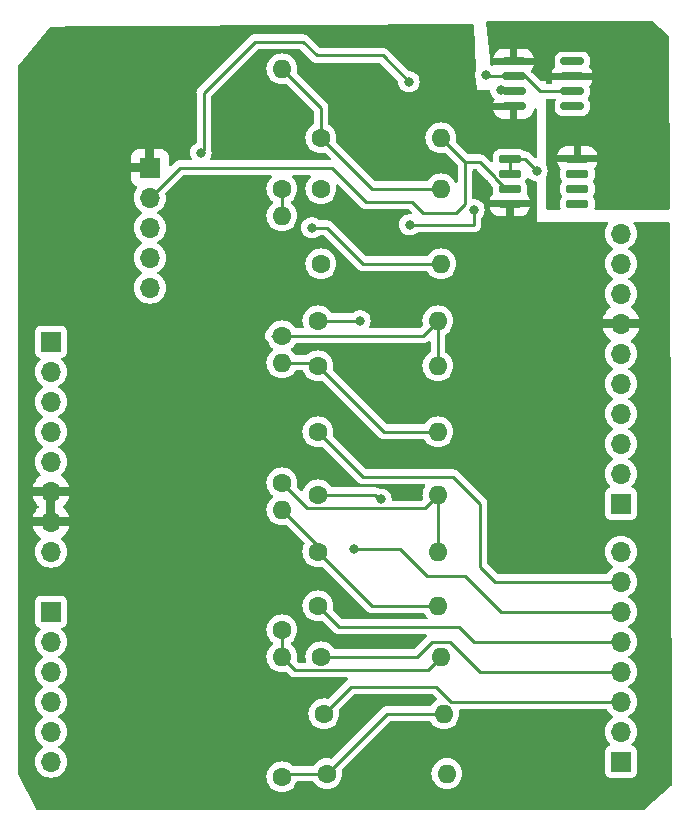
<source format=gbr>
%TF.GenerationSoftware,KiCad,Pcbnew,7.0.8*%
%TF.CreationDate,2023-10-31T15:50:40-07:00*%
%TF.ProjectId,lab 4,6c616220-342e-46b6-9963-61645f706362,rev?*%
%TF.SameCoordinates,Original*%
%TF.FileFunction,Copper,L1,Top*%
%TF.FilePolarity,Positive*%
%FSLAX46Y46*%
G04 Gerber Fmt 4.6, Leading zero omitted, Abs format (unit mm)*
G04 Created by KiCad (PCBNEW 7.0.8) date 2023-10-31 15:50:40*
%MOMM*%
%LPD*%
G01*
G04 APERTURE LIST*
G04 Aperture macros list*
%AMRoundRect*
0 Rectangle with rounded corners*
0 $1 Rounding radius*
0 $2 $3 $4 $5 $6 $7 $8 $9 X,Y pos of 4 corners*
0 Add a 4 corners polygon primitive as box body*
4,1,4,$2,$3,$4,$5,$6,$7,$8,$9,$2,$3,0*
0 Add four circle primitives for the rounded corners*
1,1,$1+$1,$2,$3*
1,1,$1+$1,$4,$5*
1,1,$1+$1,$6,$7*
1,1,$1+$1,$8,$9*
0 Add four rect primitives between the rounded corners*
20,1,$1+$1,$2,$3,$4,$5,0*
20,1,$1+$1,$4,$5,$6,$7,0*
20,1,$1+$1,$6,$7,$8,$9,0*
20,1,$1+$1,$8,$9,$2,$3,0*%
G04 Aperture macros list end*
%TA.AperFunction,SMDPad,CuDef*%
%ADD10RoundRect,0.150000X-0.825000X-0.150000X0.825000X-0.150000X0.825000X0.150000X-0.825000X0.150000X0*%
%TD*%
%TA.AperFunction,ComponentPad*%
%ADD11C,1.600000*%
%TD*%
%TA.AperFunction,ComponentPad*%
%ADD12O,1.600000X1.600000*%
%TD*%
%TA.AperFunction,ComponentPad*%
%ADD13R,1.700000X1.700000*%
%TD*%
%TA.AperFunction,ComponentPad*%
%ADD14O,1.700000X1.700000*%
%TD*%
%TA.AperFunction,SMDPad,CuDef*%
%ADD15RoundRect,0.158750X-0.793750X-0.158750X0.793750X-0.158750X0.793750X0.158750X-0.793750X0.158750X0*%
%TD*%
%TA.AperFunction,ViaPad*%
%ADD16C,0.800000*%
%TD*%
%TA.AperFunction,Conductor*%
%ADD17C,0.250000*%
%TD*%
G04 APERTURE END LIST*
D10*
%TO.P,U2,1,SHDN*%
%TO.N,+5V*%
X166181000Y-34671000D03*
%TO.P,U2,2,-*%
%TO.N,/vout_ltc*%
X166181000Y-35941000D03*
%TO.P,U2,3,+*%
%TO.N,/vout_r2r*%
X166181000Y-37211000D03*
%TO.P,U2,4,V-*%
%TO.N,GND*%
X166181000Y-38481000D03*
%TO.P,U2,5,COMP*%
%TO.N,unconnected-(U2-COMP-Pad5)*%
X171131000Y-38481000D03*
%TO.P,U2,6*%
%TO.N,/vout_ltc*%
X171131000Y-37211000D03*
%TO.P,U2,7,V+*%
%TO.N,+5V*%
X171131000Y-35941000D03*
%TO.P,U2,8,CP*%
%TO.N,unconnected-(U2-CP-Pad8)*%
X171131000Y-34671000D03*
%TD*%
D11*
%TO.P,R11,1*%
%TO.N,Net-(R10-Pad2)*%
X149606000Y-60452000D03*
D12*
%TO.P,R11,2*%
%TO.N,Net-(R11-Pad2)*%
X159766000Y-60452000D03*
%TD*%
D13*
%TO.P,J3,1,Pin_1*%
%TO.N,unconnected-(J3-Pin_1-Pad1)*%
X175260000Y-93980000D03*
D14*
%TO.P,J3,2,Pin_2*%
%TO.N,unconnected-(J3-Pin_2-Pad2)*%
X175260000Y-91440000D03*
%TO.P,J3,3,Pin_3*%
%TO.N,/vin0*%
X175260000Y-88900000D03*
%TO.P,J3,4,Pin_4*%
%TO.N,/vin1*%
X175260000Y-86360000D03*
%TO.P,J3,5,Pin_5*%
%TO.N,/vin2*%
X175260000Y-83820000D03*
%TO.P,J3,6,Pin_6*%
%TO.N,/vin3*%
X175260000Y-81280000D03*
%TO.P,J3,7,Pin_7*%
%TO.N,/vin4*%
X175260000Y-78740000D03*
%TO.P,J3,8,Pin_8*%
%TO.N,/vin5*%
X175260000Y-76200000D03*
%TD*%
D11*
%TO.P,R3,1*%
%TO.N,Net-(R1-Pad2)*%
X146558000Y-95250000D03*
D12*
%TO.P,R3,2*%
%TO.N,Net-(R3-Pad2)*%
X146558000Y-85090000D03*
%TD*%
D13*
%TO.P,J5,1,Pin_1*%
%TO.N,GND*%
X135382000Y-43688000D03*
D14*
%TO.P,J5,2,Pin_2*%
%TO.N,/vout_r2r*%
X135382000Y-46228000D03*
%TO.P,J5,3,Pin_3*%
%TO.N,/vout_ltc*%
X135382000Y-48768000D03*
%TO.P,J5,4,Pin_4*%
%TO.N,/vout_mcp*%
X135382000Y-51308000D03*
%TO.P,J5,5,Pin_5*%
%TO.N,/ARDUINO_A3*%
X135382000Y-53848000D03*
%TD*%
D11*
%TO.P,R13,1*%
%TO.N,Net-(R11-Pad2)*%
X146558000Y-57912000D03*
D12*
%TO.P,R13,2*%
%TO.N,Net-(R13-Pad2)*%
X146558000Y-47752000D03*
%TD*%
D11*
%TO.P,R15,1*%
%TO.N,Net-(R13-Pad2)*%
X146558000Y-45466000D03*
D12*
%TO.P,R15,2*%
%TO.N,Net-(R15-Pad2)*%
X146558000Y-35306000D03*
%TD*%
D11*
%TO.P,R1,1*%
%TO.N,/vin0*%
X150114000Y-89916000D03*
D12*
%TO.P,R1,2*%
%TO.N,Net-(R1-Pad2)*%
X160274000Y-89916000D03*
%TD*%
D11*
%TO.P,R10,1*%
%TO.N,/vin4*%
X149606000Y-66040000D03*
D12*
%TO.P,R10,2*%
%TO.N,Net-(R10-Pad2)*%
X159766000Y-66040000D03*
%TD*%
D11*
%TO.P,R16,1*%
%TO.N,/vin7*%
X149860000Y-45466000D03*
D12*
%TO.P,R16,2*%
%TO.N,Net-(R15-Pad2)*%
X160020000Y-45466000D03*
%TD*%
D11*
%TO.P,R5,1*%
%TO.N,Net-(R3-Pad2)*%
X146558000Y-82804000D03*
D12*
%TO.P,R5,2*%
%TO.N,Net-(R5-Pad2)*%
X146558000Y-72644000D03*
%TD*%
D11*
%TO.P,R8,1*%
%TO.N,/vin3*%
X149606000Y-71374000D03*
D12*
%TO.P,R8,2*%
%TO.N,Net-(R7-Pad2)*%
X159766000Y-71374000D03*
%TD*%
D11*
%TO.P,R4,1*%
%TO.N,/vin1*%
X149860000Y-85090000D03*
D12*
%TO.P,R4,2*%
%TO.N,Net-(R3-Pad2)*%
X160020000Y-85090000D03*
%TD*%
D15*
%TO.P,U1,1,OUT*%
%TO.N,/vout_mcp*%
X165862000Y-42926000D03*
%TO.P,U1,2,-*%
X165862000Y-44196000D03*
%TO.P,U1,3,+*%
%TO.N,/vout_r2r*%
X165862000Y-45466000D03*
%TO.P,U1,4,VSS*%
%TO.N,GND*%
X165862000Y-46736000D03*
%TO.P,U1,5,+*%
%TO.N,unconnected-(U1B-+-Pad5)*%
X171577000Y-46736000D03*
%TO.P,U1,6,-*%
%TO.N,unconnected-(U1B---Pad6)*%
X171577000Y-45466000D03*
%TO.P,U1,7,OUT*%
%TO.N,unconnected-(U1B-OUT-Pad7)*%
X171577000Y-44196000D03*
%TO.P,U1,8,VDD*%
%TO.N,+5V*%
X171577000Y-42926000D03*
%TD*%
D11*
%TO.P,R14,1*%
%TO.N,/vin6*%
X149860000Y-51816000D03*
D12*
%TO.P,R14,2*%
%TO.N,Net-(R13-Pad2)*%
X160020000Y-51816000D03*
%TD*%
D11*
%TO.P,R12,1*%
%TO.N,/vin5*%
X149606000Y-56642000D03*
D12*
%TO.P,R12,2*%
%TO.N,Net-(R11-Pad2)*%
X159766000Y-56642000D03*
%TD*%
D11*
%TO.P,R7,1*%
%TO.N,Net-(R5-Pad2)*%
X149606000Y-76200000D03*
D12*
%TO.P,R7,2*%
%TO.N,Net-(R7-Pad2)*%
X159766000Y-76200000D03*
%TD*%
D11*
%TO.P,R17,1*%
%TO.N,Net-(R15-Pad2)*%
X149860000Y-41148000D03*
D12*
%TO.P,R17,2*%
%TO.N,/vout_r2r*%
X160020000Y-41148000D03*
%TD*%
D11*
%TO.P,R9,1*%
%TO.N,Net-(R7-Pad2)*%
X146558000Y-70358000D03*
D12*
%TO.P,R9,2*%
%TO.N,Net-(R10-Pad2)*%
X146558000Y-60198000D03*
%TD*%
D11*
%TO.P,R2,1*%
%TO.N,Net-(R1-Pad2)*%
X150368000Y-94982000D03*
D12*
%TO.P,R2,2*%
%TO.N,unconnected-(R2-Pad2)*%
X160528000Y-94982000D03*
%TD*%
D11*
%TO.P,R6,1*%
%TO.N,/vin2*%
X149606000Y-80772000D03*
D12*
%TO.P,R6,2*%
%TO.N,Net-(R5-Pad2)*%
X159766000Y-80772000D03*
%TD*%
D13*
%TO.P,J4,1,Pin_1*%
%TO.N,/vin6*%
X175260000Y-72136000D03*
D14*
%TO.P,J4,2,Pin_2*%
%TO.N,/vin7*%
X175260000Y-69596000D03*
%TO.P,J4,3,Pin_3*%
%TO.N,unconnected-(J4-Pin_3-Pad3)*%
X175260000Y-67056000D03*
%TO.P,J4,4,Pin_4*%
%TO.N,unconnected-(J4-Pin_4-Pad4)*%
X175260000Y-64516000D03*
%TO.P,J4,5,Pin_5*%
%TO.N,unconnected-(J4-Pin_5-Pad5)*%
X175260000Y-61976000D03*
%TO.P,J4,6,Pin_6*%
%TO.N,unconnected-(J4-Pin_6-Pad6)*%
X175260000Y-59436000D03*
%TO.P,J4,7,Pin_7*%
%TO.N,GND*%
X175260000Y-56896000D03*
%TO.P,J4,8,Pin_8*%
%TO.N,unconnected-(J4-Pin_8-Pad8)*%
X175260000Y-54356000D03*
%TO.P,J4,9,Pin_9*%
%TO.N,unconnected-(J4-Pin_9-Pad9)*%
X175260000Y-51816000D03*
%TO.P,J4,10,Pin_10*%
%TO.N,unconnected-(J4-Pin_10-Pad10)*%
X175260000Y-49276000D03*
%TD*%
D13*
%TO.P,J2,1,Pin_1*%
%TO.N,unconnected-(J2-Pin_1-Pad1)*%
X127000000Y-58420000D03*
D14*
%TO.P,J2,2,Pin_2*%
%TO.N,unconnected-(J2-Pin_2-Pad2)*%
X127000000Y-60960000D03*
%TO.P,J2,3,Pin_3*%
%TO.N,unconnected-(J2-Pin_3-Pad3)*%
X127000000Y-63500000D03*
%TO.P,J2,4,Pin_4*%
%TO.N,unconnected-(J2-Pin_4-Pad4)*%
X127000000Y-66040000D03*
%TO.P,J2,5,Pin_5*%
%TO.N,+5V*%
X127000000Y-68580000D03*
%TO.P,J2,6,Pin_6*%
%TO.N,GND*%
X127000000Y-71120000D03*
%TO.P,J2,7,Pin_7*%
X127000000Y-73660000D03*
%TO.P,J2,8,Pin_8*%
%TO.N,unconnected-(J2-Pin_8-Pad8)*%
X127000000Y-76200000D03*
%TD*%
D13*
%TO.P,J1,1,Pin_1*%
%TO.N,/vout_r2r*%
X127000000Y-81280000D03*
D14*
%TO.P,J1,2,Pin_2*%
%TO.N,/vout_ltc*%
X127000000Y-83820000D03*
%TO.P,J1,3,Pin_3*%
%TO.N,/vout_mcp*%
X127000000Y-86360000D03*
%TO.P,J1,4,Pin_4*%
%TO.N,/ARDUINO_A3*%
X127000000Y-88900000D03*
%TO.P,J1,5,Pin_5*%
%TO.N,unconnected-(J1-Pin_5-Pad5)*%
X127000000Y-91440000D03*
%TO.P,J1,6,Pin_6*%
%TO.N,unconnected-(J1-Pin_6-Pad6)*%
X127000000Y-93980000D03*
%TD*%
D16*
%TO.N,/vout_r2r*%
X165100000Y-37084000D03*
%TO.N,/vout_ltc*%
X157309360Y-36405360D03*
X139700000Y-42418000D03*
X163830000Y-35814000D03*
%TO.N,/vout_mcp*%
X157390018Y-48514000D03*
X162814000Y-47244000D03*
X168148000Y-43942000D03*
%TO.N,+5V*%
X171450000Y-32512000D03*
X178562000Y-32512000D03*
X177800000Y-44196000D03*
X178054000Y-33528000D03*
X173228000Y-35560000D03*
X176022000Y-39116000D03*
X178308000Y-40132000D03*
X175768000Y-32512000D03*
X176022000Y-41656000D03*
X173990000Y-36830000D03*
X178562000Y-34544000D03*
X177292000Y-32512000D03*
X174752000Y-35052000D03*
X165862000Y-32512000D03*
X174244000Y-44196000D03*
X176022000Y-45720000D03*
X178054000Y-35560000D03*
X178308000Y-38100000D03*
X176530000Y-36576000D03*
X173228000Y-33528000D03*
X174498000Y-32512000D03*
X172974000Y-40640000D03*
%TO.N,/vin3*%
X152654000Y-75946000D03*
X154940000Y-71774500D03*
%TO.N,/vin5*%
X153162000Y-56642000D03*
%TO.N,Net-(R13-Pad2)*%
X149098000Y-48768000D03*
%TD*%
D17*
%TO.N,/vout_r2r*%
X157589000Y-46591000D02*
X158496000Y-47498000D01*
X164584500Y-44442500D02*
X164584500Y-44555126D01*
X165227000Y-37211000D02*
X165100000Y-37084000D01*
X161290000Y-47498000D02*
X162052000Y-46736000D01*
X153719122Y-46591000D02*
X157589000Y-46591000D01*
X162052000Y-43180000D02*
X163322000Y-43180000D01*
X165495374Y-45466000D02*
X165862000Y-45466000D01*
X164584500Y-44555126D02*
X165495374Y-45466000D01*
X135382000Y-46228000D02*
X137922000Y-43688000D01*
X137922000Y-43688000D02*
X150816122Y-43688000D01*
X150816122Y-43688000D02*
X153719122Y-46591000D01*
X162052000Y-46736000D02*
X162052000Y-43180000D01*
X166181000Y-37211000D02*
X165227000Y-37211000D01*
X162052000Y-43180000D02*
X160020000Y-41148000D01*
X158496000Y-47498000D02*
X161290000Y-47498000D01*
X163322000Y-43180000D02*
X164584500Y-44442500D01*
%TO.N,/vout_ltc*%
X167156000Y-35941000D02*
X168426000Y-37211000D01*
X163957000Y-35941000D02*
X163830000Y-35814000D01*
X166181000Y-35941000D02*
X163957000Y-35941000D01*
X149497000Y-34181000D02*
X148336000Y-33020000D01*
X168426000Y-37211000D02*
X171131000Y-37211000D01*
X142748000Y-34544000D02*
X139954000Y-37338000D01*
X145796000Y-33020000D02*
X144272000Y-33020000D01*
X139954000Y-42164000D02*
X139700000Y-42418000D01*
X147066000Y-33020000D02*
X145796000Y-33020000D01*
X139954000Y-37338000D02*
X139954000Y-41402000D01*
X139954000Y-41402000D02*
X139954000Y-42164000D01*
X148336000Y-33020000D02*
X147066000Y-33020000D01*
X144272000Y-33020000D02*
X142748000Y-34544000D01*
X157309360Y-36405360D02*
X155085000Y-34181000D01*
X166181000Y-35941000D02*
X167156000Y-35941000D01*
X155085000Y-34181000D02*
X149497000Y-34181000D01*
%TO.N,/vout_mcp*%
X168148000Y-43942000D02*
X167132000Y-42926000D01*
X162814000Y-48514000D02*
X162814000Y-47244000D01*
X167132000Y-42926000D02*
X165862000Y-42926000D01*
X165862000Y-44196000D02*
X165862000Y-42926000D01*
X157390018Y-48514000D02*
X162814000Y-48514000D01*
%TO.N,+5V*%
X166181000Y-34671000D02*
X167156000Y-34671000D01*
%TO.N,/vin0*%
X150114000Y-89916000D02*
X152400000Y-87630000D01*
X152400000Y-87630000D02*
X159571878Y-87630000D01*
X160841878Y-88900000D02*
X175260000Y-88900000D01*
X159571878Y-87630000D02*
X160841878Y-88900000D01*
%TO.N,/vin1*%
X160782000Y-83820000D02*
X163322000Y-86360000D01*
X149860000Y-85090000D02*
X157988000Y-85090000D01*
X159258000Y-83820000D02*
X160782000Y-83820000D01*
X157988000Y-85090000D02*
X159258000Y-83820000D01*
X163322000Y-86360000D02*
X175260000Y-86360000D01*
%TO.N,/vin2*%
X161544000Y-82550000D02*
X162814000Y-83820000D01*
X149606000Y-80772000D02*
X151384000Y-82550000D01*
X151384000Y-82550000D02*
X161544000Y-82550000D01*
X162814000Y-83820000D02*
X175260000Y-83820000D01*
%TO.N,/vin3*%
X165100000Y-81280000D02*
X175260000Y-81280000D01*
X154432000Y-71374000D02*
X154940000Y-71882000D01*
X154940000Y-71882000D02*
X154940000Y-71774500D01*
X162052000Y-78232000D02*
X165100000Y-81280000D01*
X149606000Y-71374000D02*
X154432000Y-71374000D01*
X158809878Y-78232000D02*
X162052000Y-78232000D01*
X152654000Y-75946000D02*
X156523878Y-75946000D01*
X156523878Y-75946000D02*
X158809878Y-78232000D01*
%TO.N,/vin4*%
X149606000Y-66040000D02*
X153416000Y-69850000D01*
X153416000Y-69850000D02*
X161036000Y-69850000D01*
X164592000Y-78740000D02*
X175260000Y-78740000D01*
X163322000Y-72136000D02*
X163322000Y-77470000D01*
X163322000Y-77470000D02*
X164592000Y-78740000D01*
X161036000Y-69850000D02*
X163322000Y-72136000D01*
%TO.N,/vin5*%
X149606000Y-56642000D02*
X153162000Y-56642000D01*
%TO.N,Net-(R1-Pad2)*%
X160274000Y-89916000D02*
X155434000Y-89916000D01*
X155434000Y-89916000D02*
X150368000Y-94982000D01*
X150368000Y-94982000D02*
X146826000Y-94982000D01*
X146826000Y-94982000D02*
X146558000Y-95250000D01*
%TO.N,Net-(R3-Pad2)*%
X158895000Y-86215000D02*
X160020000Y-85090000D01*
X146558000Y-85090000D02*
X147683000Y-86215000D01*
X146558000Y-85090000D02*
X146558000Y-82804000D01*
X147683000Y-86215000D02*
X158895000Y-86215000D01*
X146558000Y-82804000D02*
X146558000Y-82550000D01*
%TO.N,Net-(R5-Pad2)*%
X149606000Y-75692000D02*
X149606000Y-76200000D01*
X154178000Y-80772000D02*
X149606000Y-76200000D01*
X146558000Y-72644000D02*
X149606000Y-75692000D01*
X159766000Y-80772000D02*
X154178000Y-80772000D01*
%TO.N,Net-(R7-Pad2)*%
X146558000Y-70358000D02*
X148699000Y-72499000D01*
X159766000Y-71374000D02*
X159766000Y-76200000D01*
X158641000Y-72499000D02*
X159766000Y-71374000D01*
X148699000Y-72499000D02*
X158641000Y-72499000D01*
%TO.N,Net-(R10-Pad2)*%
X159766000Y-66040000D02*
X155194000Y-66040000D01*
X155194000Y-66040000D02*
X149606000Y-60452000D01*
X146558000Y-60198000D02*
X149352000Y-60198000D01*
X149352000Y-60198000D02*
X149606000Y-60452000D01*
%TO.N,Net-(R11-Pad2)*%
X146558000Y-57912000D02*
X158496000Y-57912000D01*
X158496000Y-57912000D02*
X159766000Y-56642000D01*
X146558000Y-57912000D02*
X145758000Y-57912000D01*
X159766000Y-56642000D02*
X159766000Y-60452000D01*
%TO.N,Net-(R13-Pad2)*%
X150622000Y-49022000D02*
X150368000Y-48768000D01*
X150368000Y-48768000D02*
X149098000Y-48768000D01*
X146558000Y-45466000D02*
X146558000Y-47752000D01*
X160020000Y-51816000D02*
X157793878Y-51816000D01*
X153416000Y-51816000D02*
X150622000Y-49022000D01*
X146558000Y-46952000D02*
X146558000Y-47752000D01*
X157793878Y-51816000D02*
X153416000Y-51816000D01*
%TO.N,Net-(R15-Pad2)*%
X154178000Y-45466000D02*
X149860000Y-41148000D01*
X149860000Y-38608000D02*
X146558000Y-35306000D01*
X160020000Y-45466000D02*
X154178000Y-45466000D01*
X149860000Y-41148000D02*
X149860000Y-38608000D01*
%TD*%
%TA.AperFunction,Conductor*%
%TO.N,GND*%
G36*
X162761895Y-31516027D02*
G01*
X162807996Y-31568529D01*
X162819415Y-31615150D01*
X162993648Y-35448279D01*
X162987707Y-35492227D01*
X162945799Y-35621211D01*
X162944326Y-35625744D01*
X162924540Y-35814000D01*
X162944326Y-36002256D01*
X162944327Y-36002259D01*
X163002818Y-36182277D01*
X163002821Y-36182284D01*
X163013967Y-36201589D01*
X163030452Y-36257958D01*
X163068000Y-37084000D01*
X164082890Y-37084000D01*
X164149929Y-37103685D01*
X164195684Y-37156489D01*
X164206209Y-37195035D01*
X164214326Y-37272256D01*
X164214327Y-37272259D01*
X164272818Y-37452277D01*
X164272821Y-37452284D01*
X164367467Y-37616216D01*
X164491234Y-37753673D01*
X164494129Y-37756888D01*
X164494131Y-37756890D01*
X164513762Y-37771152D01*
X164556429Y-37826481D01*
X164562410Y-37896095D01*
X164551364Y-37927766D01*
X164511150Y-38006691D01*
X164464445Y-38181000D01*
X166357000Y-38181000D01*
X166424039Y-38200685D01*
X166469794Y-38253489D01*
X166481000Y-38305000D01*
X166481000Y-39531000D01*
X167068985Y-39531000D01*
X167147563Y-39524815D01*
X167147564Y-39524815D01*
X167330307Y-39475849D01*
X167498873Y-39389962D01*
X167498875Y-39389961D01*
X167645900Y-39270900D01*
X167764961Y-39123875D01*
X167764962Y-39123873D01*
X167850849Y-38955307D01*
X167899815Y-38772564D01*
X167899815Y-38772563D01*
X167900382Y-38765363D01*
X167925266Y-38700074D01*
X167981497Y-38658604D01*
X168051223Y-38654117D01*
X168112305Y-38688039D01*
X168145351Y-38749600D01*
X168148000Y-38775092D01*
X168148000Y-42758047D01*
X168128315Y-42825086D01*
X168075511Y-42870841D01*
X168006353Y-42880785D01*
X167942797Y-42851760D01*
X167936319Y-42845728D01*
X167632803Y-42542212D01*
X167622980Y-42529950D01*
X167622759Y-42530134D01*
X167617786Y-42524123D01*
X167612203Y-42518880D01*
X167567364Y-42476773D01*
X167556919Y-42466328D01*
X167546475Y-42455883D01*
X167540986Y-42451625D01*
X167536561Y-42447847D01*
X167502582Y-42415938D01*
X167502580Y-42415936D01*
X167502577Y-42415935D01*
X167485029Y-42406288D01*
X167468763Y-42395604D01*
X167452933Y-42383325D01*
X167410168Y-42364818D01*
X167404922Y-42362248D01*
X167364093Y-42339803D01*
X167364092Y-42339802D01*
X167344693Y-42334822D01*
X167326281Y-42328518D01*
X167307898Y-42320562D01*
X167307892Y-42320560D01*
X167261874Y-42313272D01*
X167256152Y-42312087D01*
X167211021Y-42300500D01*
X167211019Y-42300500D01*
X167190984Y-42300500D01*
X167171590Y-42298973D01*
X167156313Y-42296554D01*
X167149836Y-42295528D01*
X167086703Y-42265595D01*
X167081558Y-42260736D01*
X167063026Y-42242204D01*
X167063017Y-42242197D01*
X166964279Y-42183804D01*
X166919651Y-42157411D01*
X166759699Y-42110941D01*
X166759696Y-42110940D01*
X166759694Y-42110940D01*
X166722332Y-42108000D01*
X166722330Y-42108000D01*
X165001670Y-42108000D01*
X165001668Y-42108000D01*
X164964307Y-42110940D01*
X164964304Y-42110940D01*
X164964301Y-42110941D01*
X164804349Y-42157411D01*
X164804347Y-42157411D01*
X164804347Y-42157412D01*
X164660982Y-42242197D01*
X164660973Y-42242204D01*
X164543204Y-42359973D01*
X164543197Y-42359982D01*
X164486484Y-42455880D01*
X164458411Y-42503349D01*
X164434284Y-42586395D01*
X164411940Y-42663304D01*
X164411940Y-42663307D01*
X164409000Y-42700668D01*
X164409000Y-43083047D01*
X164389315Y-43150086D01*
X164336511Y-43195841D01*
X164267353Y-43205785D01*
X164203797Y-43176760D01*
X164197319Y-43170728D01*
X163822803Y-42796212D01*
X163812980Y-42783950D01*
X163812759Y-42784134D01*
X163807786Y-42778123D01*
X163786407Y-42758047D01*
X163757364Y-42730773D01*
X163746919Y-42720328D01*
X163736475Y-42709883D01*
X163730986Y-42705625D01*
X163726561Y-42701847D01*
X163692582Y-42669938D01*
X163692580Y-42669936D01*
X163692577Y-42669935D01*
X163675029Y-42660288D01*
X163658763Y-42649604D01*
X163642933Y-42637325D01*
X163600168Y-42618818D01*
X163594922Y-42616248D01*
X163554093Y-42593803D01*
X163554092Y-42593802D01*
X163534693Y-42588822D01*
X163516281Y-42582518D01*
X163497898Y-42574562D01*
X163497892Y-42574560D01*
X163451874Y-42567272D01*
X163446152Y-42566087D01*
X163401021Y-42554500D01*
X163401019Y-42554500D01*
X163380984Y-42554500D01*
X163361586Y-42552973D01*
X163354162Y-42551797D01*
X163341805Y-42549840D01*
X163341804Y-42549840D01*
X163295416Y-42554225D01*
X163289578Y-42554500D01*
X162362452Y-42554500D01*
X162295413Y-42534815D01*
X162274771Y-42518181D01*
X161319413Y-41562822D01*
X161285928Y-41501499D01*
X161287319Y-41443048D01*
X161305635Y-41374692D01*
X161325468Y-41148000D01*
X161305635Y-40921308D01*
X161246739Y-40701504D01*
X161150568Y-40495266D01*
X161020047Y-40308861D01*
X161020045Y-40308858D01*
X160859141Y-40147954D01*
X160672734Y-40017432D01*
X160672732Y-40017431D01*
X160466497Y-39921261D01*
X160466488Y-39921258D01*
X160246697Y-39862366D01*
X160246693Y-39862365D01*
X160246692Y-39862365D01*
X160246691Y-39862364D01*
X160246686Y-39862364D01*
X160020002Y-39842532D01*
X160019998Y-39842532D01*
X159793313Y-39862364D01*
X159793302Y-39862366D01*
X159573511Y-39921258D01*
X159573502Y-39921261D01*
X159367267Y-40017431D01*
X159367265Y-40017432D01*
X159180858Y-40147954D01*
X159019954Y-40308858D01*
X158889432Y-40495265D01*
X158889431Y-40495267D01*
X158793261Y-40701502D01*
X158793258Y-40701511D01*
X158734366Y-40921302D01*
X158734364Y-40921313D01*
X158714532Y-41147998D01*
X158714532Y-41148001D01*
X158734364Y-41374686D01*
X158734366Y-41374697D01*
X158793258Y-41594488D01*
X158793261Y-41594497D01*
X158889431Y-41800732D01*
X158889432Y-41800734D01*
X159019954Y-41987141D01*
X159180858Y-42148045D01*
X159180861Y-42148047D01*
X159367266Y-42278568D01*
X159573504Y-42374739D01*
X159573509Y-42374740D01*
X159573511Y-42374741D01*
X159605555Y-42383327D01*
X159793308Y-42433635D01*
X159950791Y-42447413D01*
X160019998Y-42453468D01*
X160020000Y-42453468D01*
X160020002Y-42453468D01*
X160076673Y-42448509D01*
X160246692Y-42433635D01*
X160315048Y-42415319D01*
X160384897Y-42416982D01*
X160434822Y-42447413D01*
X161390181Y-43402771D01*
X161423666Y-43464094D01*
X161426500Y-43490452D01*
X161426500Y-44845676D01*
X161406815Y-44912715D01*
X161354011Y-44958470D01*
X161284853Y-44968414D01*
X161221297Y-44939389D01*
X161190118Y-44898081D01*
X161189404Y-44896549D01*
X161150568Y-44813266D01*
X161020047Y-44626861D01*
X161020045Y-44626858D01*
X160859141Y-44465954D01*
X160672734Y-44335432D01*
X160672732Y-44335431D01*
X160466497Y-44239261D01*
X160466488Y-44239258D01*
X160246697Y-44180366D01*
X160246693Y-44180365D01*
X160246692Y-44180365D01*
X160246691Y-44180364D01*
X160246686Y-44180364D01*
X160020002Y-44160532D01*
X160019998Y-44160532D01*
X159793313Y-44180364D01*
X159793302Y-44180366D01*
X159573511Y-44239258D01*
X159573502Y-44239261D01*
X159367267Y-44335431D01*
X159367265Y-44335432D01*
X159180858Y-44465954D01*
X159019954Y-44626858D01*
X158907387Y-44787623D01*
X158852811Y-44831248D01*
X158805812Y-44840500D01*
X154488453Y-44840500D01*
X154421414Y-44820815D01*
X154400772Y-44804181D01*
X151159413Y-41562822D01*
X151125928Y-41501499D01*
X151127319Y-41443048D01*
X151145635Y-41374692D01*
X151165468Y-41148000D01*
X151145635Y-40921308D01*
X151086739Y-40701504D01*
X150990568Y-40495266D01*
X150860047Y-40308861D01*
X150860045Y-40308858D01*
X150699140Y-40147953D01*
X150538377Y-40035386D01*
X150494752Y-39980809D01*
X150485500Y-39933811D01*
X150485500Y-38781000D01*
X164464445Y-38781000D01*
X164511150Y-38955307D01*
X164597037Y-39123873D01*
X164597038Y-39123875D01*
X164716099Y-39270900D01*
X164863124Y-39389961D01*
X164863126Y-39389962D01*
X165031692Y-39475849D01*
X165214436Y-39524815D01*
X165293015Y-39531000D01*
X165881000Y-39531000D01*
X165881000Y-38781000D01*
X164464445Y-38781000D01*
X150485500Y-38781000D01*
X150485500Y-38690737D01*
X150487223Y-38675120D01*
X150486938Y-38675093D01*
X150487672Y-38667331D01*
X150485500Y-38598203D01*
X150485500Y-38568651D01*
X150485500Y-38568650D01*
X150484629Y-38561759D01*
X150484172Y-38555945D01*
X150482709Y-38509372D01*
X150477122Y-38490144D01*
X150473174Y-38471084D01*
X150470664Y-38451208D01*
X150453507Y-38407875D01*
X150451619Y-38402359D01*
X150438619Y-38357612D01*
X150428418Y-38340363D01*
X150419860Y-38322894D01*
X150412486Y-38304268D01*
X150412483Y-38304264D01*
X150412483Y-38304263D01*
X150385098Y-38266571D01*
X150381890Y-38261687D01*
X150358172Y-38221582D01*
X150358163Y-38221571D01*
X150344005Y-38207413D01*
X150331370Y-38192620D01*
X150319593Y-38176412D01*
X150283693Y-38146713D01*
X150279381Y-38142790D01*
X147857413Y-35720822D01*
X147823928Y-35659499D01*
X147825319Y-35601048D01*
X147843635Y-35532692D01*
X147863468Y-35306000D01*
X147843635Y-35079308D01*
X147784739Y-34859504D01*
X147688568Y-34653266D01*
X147558047Y-34466861D01*
X147558045Y-34466858D01*
X147397141Y-34305954D01*
X147210734Y-34175432D01*
X147210732Y-34175431D01*
X147004497Y-34079261D01*
X147004488Y-34079258D01*
X146784697Y-34020366D01*
X146784693Y-34020365D01*
X146784692Y-34020365D01*
X146784691Y-34020364D01*
X146784686Y-34020364D01*
X146558002Y-34000532D01*
X146557998Y-34000532D01*
X146331313Y-34020364D01*
X146331302Y-34020366D01*
X146111511Y-34079258D01*
X146111502Y-34079261D01*
X145905267Y-34175431D01*
X145905265Y-34175432D01*
X145718858Y-34305954D01*
X145557954Y-34466858D01*
X145427432Y-34653265D01*
X145427431Y-34653267D01*
X145331261Y-34859502D01*
X145331258Y-34859511D01*
X145272366Y-35079302D01*
X145272364Y-35079313D01*
X145252532Y-35305998D01*
X145252532Y-35306001D01*
X145272364Y-35532686D01*
X145272366Y-35532697D01*
X145331258Y-35752488D01*
X145331261Y-35752497D01*
X145427431Y-35958732D01*
X145427432Y-35958734D01*
X145557954Y-36145141D01*
X145718858Y-36306045D01*
X145718861Y-36306047D01*
X145905266Y-36436568D01*
X146111504Y-36532739D01*
X146331308Y-36591635D01*
X146488791Y-36605413D01*
X146557998Y-36611468D01*
X146558000Y-36611468D01*
X146558002Y-36611468D01*
X146614673Y-36606509D01*
X146784692Y-36591635D01*
X146853048Y-36573319D01*
X146922897Y-36574982D01*
X146972822Y-36605413D01*
X149198181Y-38830771D01*
X149231666Y-38892094D01*
X149234500Y-38918452D01*
X149234500Y-39933811D01*
X149214815Y-40000850D01*
X149181623Y-40035386D01*
X149020859Y-40147953D01*
X148859954Y-40308858D01*
X148729432Y-40495265D01*
X148729431Y-40495267D01*
X148633261Y-40701502D01*
X148633258Y-40701511D01*
X148574366Y-40921302D01*
X148574364Y-40921313D01*
X148554532Y-41147998D01*
X148554532Y-41148001D01*
X148574364Y-41374686D01*
X148574366Y-41374697D01*
X148633258Y-41594488D01*
X148633261Y-41594497D01*
X148729431Y-41800732D01*
X148729432Y-41800734D01*
X148859954Y-41987141D01*
X149020858Y-42148045D01*
X149020861Y-42148047D01*
X149207266Y-42278568D01*
X149413504Y-42374739D01*
X149413509Y-42374740D01*
X149413511Y-42374741D01*
X149445555Y-42383327D01*
X149633308Y-42433635D01*
X149790791Y-42447413D01*
X149859998Y-42453468D01*
X149860000Y-42453468D01*
X149860002Y-42453468D01*
X149916673Y-42448509D01*
X150086692Y-42433635D01*
X150155048Y-42415319D01*
X150224897Y-42416982D01*
X150274822Y-42447413D01*
X150537292Y-42709883D01*
X150678229Y-42850819D01*
X150711714Y-42912142D01*
X150706730Y-42981833D01*
X150664859Y-43037767D01*
X150599394Y-43062184D01*
X150590548Y-43062500D01*
X140582480Y-43062500D01*
X140515441Y-43042815D01*
X140469686Y-42990011D01*
X140459742Y-42920853D01*
X140475093Y-42876500D01*
X140492859Y-42845728D01*
X140527179Y-42786284D01*
X140585674Y-42606256D01*
X140605460Y-42418000D01*
X140585674Y-42229744D01*
X140585672Y-42229740D01*
X140585416Y-42228532D01*
X140585372Y-42226885D01*
X140584994Y-42223280D01*
X140585277Y-42223250D01*
X140584450Y-42191620D01*
X140583915Y-42191604D01*
X140584160Y-42183805D01*
X140579775Y-42137415D01*
X140579500Y-42131577D01*
X140579500Y-37648452D01*
X140599185Y-37581413D01*
X140615819Y-37560771D01*
X143276679Y-34899911D01*
X143276691Y-34899897D01*
X144494772Y-33681819D01*
X144556095Y-33648334D01*
X144582453Y-33645500D01*
X145716981Y-33645500D01*
X146986981Y-33645500D01*
X148025548Y-33645500D01*
X148092587Y-33665185D01*
X148113229Y-33681819D01*
X148996197Y-34564788D01*
X149006022Y-34577051D01*
X149006243Y-34576869D01*
X149011214Y-34582878D01*
X149037217Y-34607295D01*
X149061635Y-34630226D01*
X149082529Y-34651120D01*
X149088011Y-34655373D01*
X149092443Y-34659157D01*
X149126418Y-34691062D01*
X149143976Y-34700714D01*
X149160233Y-34711393D01*
X149176064Y-34723673D01*
X149195737Y-34732186D01*
X149218833Y-34742182D01*
X149224077Y-34744750D01*
X149264908Y-34767197D01*
X149277523Y-34770435D01*
X149284305Y-34772177D01*
X149302719Y-34778481D01*
X149321104Y-34786438D01*
X149367157Y-34793732D01*
X149372826Y-34794906D01*
X149417981Y-34806500D01*
X149438016Y-34806500D01*
X149457413Y-34808026D01*
X149477196Y-34811160D01*
X149523584Y-34806775D01*
X149529422Y-34806500D01*
X154774548Y-34806500D01*
X154841587Y-34826185D01*
X154862229Y-34842819D01*
X156370398Y-36350989D01*
X156403883Y-36412312D01*
X156406038Y-36425708D01*
X156412469Y-36486888D01*
X156423686Y-36593616D01*
X156423687Y-36593619D01*
X156482178Y-36773637D01*
X156482181Y-36773644D01*
X156576827Y-36937576D01*
X156627204Y-36993525D01*
X156703489Y-37078248D01*
X156856625Y-37189508D01*
X156856630Y-37189511D01*
X157029552Y-37266502D01*
X157029557Y-37266504D01*
X157214714Y-37305860D01*
X157214715Y-37305860D01*
X157404004Y-37305860D01*
X157404006Y-37305860D01*
X157589163Y-37266504D01*
X157762090Y-37189511D01*
X157915231Y-37078248D01*
X158041893Y-36937576D01*
X158136539Y-36773644D01*
X158195034Y-36593616D01*
X158214820Y-36405360D01*
X158195034Y-36217104D01*
X158136539Y-36037076D01*
X158041893Y-35873144D01*
X157915231Y-35732472D01*
X157915230Y-35732471D01*
X157762094Y-35621211D01*
X157762089Y-35621208D01*
X157589167Y-35544217D01*
X157589162Y-35544215D01*
X157443361Y-35513225D01*
X157404006Y-35504860D01*
X157404005Y-35504860D01*
X157344812Y-35504860D01*
X157277773Y-35485175D01*
X157257131Y-35468541D01*
X155585803Y-33797212D01*
X155575980Y-33784950D01*
X155575759Y-33785134D01*
X155570786Y-33779123D01*
X155520364Y-33731773D01*
X155509919Y-33721328D01*
X155499475Y-33710883D01*
X155493986Y-33706625D01*
X155489561Y-33702847D01*
X155455582Y-33670938D01*
X155455580Y-33670936D01*
X155455577Y-33670935D01*
X155438029Y-33661288D01*
X155421763Y-33650604D01*
X155405933Y-33638325D01*
X155363168Y-33619818D01*
X155357922Y-33617248D01*
X155317093Y-33594803D01*
X155317092Y-33594802D01*
X155297693Y-33589822D01*
X155279281Y-33583518D01*
X155260898Y-33575562D01*
X155260892Y-33575560D01*
X155214874Y-33568272D01*
X155209152Y-33567087D01*
X155164021Y-33555500D01*
X155164019Y-33555500D01*
X155143984Y-33555500D01*
X155124586Y-33553973D01*
X155117162Y-33552797D01*
X155104805Y-33550840D01*
X155104804Y-33550840D01*
X155058416Y-33555225D01*
X155052578Y-33555500D01*
X149807452Y-33555500D01*
X149740413Y-33535815D01*
X149719771Y-33519181D01*
X148836803Y-32636212D01*
X148826980Y-32623950D01*
X148826759Y-32624134D01*
X148821786Y-32618123D01*
X148803159Y-32600631D01*
X148771364Y-32570773D01*
X148760919Y-32560328D01*
X148750475Y-32549883D01*
X148744986Y-32545625D01*
X148740561Y-32541847D01*
X148706582Y-32509938D01*
X148706580Y-32509936D01*
X148706577Y-32509935D01*
X148689029Y-32500288D01*
X148672763Y-32489604D01*
X148656933Y-32477325D01*
X148614168Y-32458818D01*
X148608922Y-32456248D01*
X148568093Y-32433803D01*
X148568092Y-32433802D01*
X148548693Y-32428822D01*
X148530281Y-32422518D01*
X148511898Y-32414562D01*
X148511892Y-32414560D01*
X148465874Y-32407272D01*
X148460152Y-32406087D01*
X148415021Y-32394500D01*
X148415019Y-32394500D01*
X148394984Y-32394500D01*
X148375586Y-32392973D01*
X148368162Y-32391797D01*
X148355805Y-32389840D01*
X148355804Y-32389840D01*
X148309416Y-32394225D01*
X148303578Y-32394500D01*
X144354737Y-32394500D01*
X144339120Y-32392776D01*
X144339093Y-32393062D01*
X144331331Y-32392327D01*
X144262203Y-32394500D01*
X144232650Y-32394500D01*
X144231929Y-32394590D01*
X144225757Y-32395369D01*
X144219945Y-32395826D01*
X144173372Y-32397290D01*
X144173369Y-32397291D01*
X144154126Y-32402881D01*
X144135083Y-32406825D01*
X144115204Y-32409336D01*
X144115203Y-32409337D01*
X144071878Y-32426490D01*
X144066352Y-32428382D01*
X144021608Y-32441383D01*
X144021604Y-32441385D01*
X144004365Y-32451580D01*
X143986898Y-32460137D01*
X143968269Y-32467512D01*
X143968267Y-32467513D01*
X143930564Y-32494906D01*
X143925682Y-32498112D01*
X143885580Y-32521828D01*
X143871408Y-32536000D01*
X143856623Y-32548628D01*
X143840412Y-32560407D01*
X143810709Y-32596310D01*
X143806777Y-32600631D01*
X142277880Y-34129529D01*
X142277876Y-34129533D01*
X139570208Y-36837199D01*
X139557951Y-36847020D01*
X139558134Y-36847241D01*
X139552123Y-36852213D01*
X139504772Y-36902636D01*
X139483889Y-36923519D01*
X139483877Y-36923532D01*
X139479621Y-36929017D01*
X139475837Y-36933447D01*
X139443937Y-36967418D01*
X139443936Y-36967420D01*
X139434284Y-36984976D01*
X139423610Y-37001226D01*
X139411329Y-37017061D01*
X139411324Y-37017068D01*
X139392815Y-37059838D01*
X139390245Y-37065084D01*
X139367803Y-37105906D01*
X139362822Y-37125307D01*
X139356521Y-37143710D01*
X139348562Y-37162102D01*
X139348561Y-37162105D01*
X139341271Y-37208127D01*
X139340087Y-37213846D01*
X139328501Y-37258972D01*
X139328500Y-37258982D01*
X139328500Y-37279016D01*
X139326973Y-37298415D01*
X139323840Y-37318194D01*
X139323840Y-37318195D01*
X139328225Y-37364583D01*
X139328500Y-37370421D01*
X139328500Y-41517156D01*
X139308815Y-41584195D01*
X139256011Y-41629950D01*
X139254939Y-41630434D01*
X139247268Y-41633849D01*
X139094129Y-41745111D01*
X138967466Y-41885785D01*
X138872821Y-42049715D01*
X138872818Y-42049722D01*
X138816436Y-42223250D01*
X138814326Y-42229744D01*
X138794540Y-42418000D01*
X138814326Y-42606256D01*
X138814327Y-42606259D01*
X138872818Y-42786277D01*
X138872821Y-42786284D01*
X138924907Y-42876500D01*
X138941380Y-42944401D01*
X138918527Y-43010427D01*
X138863606Y-43053618D01*
X138817520Y-43062500D01*
X138004737Y-43062500D01*
X137989120Y-43060776D01*
X137989093Y-43061062D01*
X137981331Y-43060327D01*
X137912203Y-43062500D01*
X137882650Y-43062500D01*
X137881929Y-43062590D01*
X137875757Y-43063369D01*
X137869945Y-43063826D01*
X137823372Y-43065290D01*
X137823369Y-43065291D01*
X137804126Y-43070881D01*
X137785083Y-43074825D01*
X137765204Y-43077336D01*
X137765203Y-43077337D01*
X137721878Y-43094490D01*
X137716352Y-43096382D01*
X137671608Y-43109383D01*
X137671604Y-43109385D01*
X137654365Y-43119580D01*
X137636898Y-43128137D01*
X137618269Y-43135512D01*
X137618267Y-43135513D01*
X137580564Y-43162906D01*
X137575682Y-43166112D01*
X137535580Y-43189828D01*
X137521408Y-43204000D01*
X137506623Y-43216628D01*
X137490412Y-43228407D01*
X137460709Y-43264310D01*
X137456777Y-43268631D01*
X137193680Y-43531727D01*
X137132357Y-43565212D01*
X137062665Y-43560228D01*
X137006732Y-43518356D01*
X136982315Y-43452892D01*
X136981999Y-43444046D01*
X136981999Y-42788028D01*
X136981998Y-42788013D01*
X136971505Y-42685302D01*
X136916358Y-42518880D01*
X136916356Y-42518875D01*
X136824315Y-42369654D01*
X136700345Y-42245684D01*
X136551124Y-42153643D01*
X136551119Y-42153641D01*
X136384697Y-42098494D01*
X136384690Y-42098493D01*
X136281986Y-42088000D01*
X135757000Y-42088000D01*
X135757000Y-43351343D01*
X135655100Y-43263048D01*
X135524315Y-43203320D01*
X135417763Y-43188000D01*
X135346237Y-43188000D01*
X135239685Y-43203320D01*
X135108900Y-43263048D01*
X135000239Y-43357202D01*
X134922507Y-43478156D01*
X134882000Y-43616111D01*
X134882000Y-43759889D01*
X134922507Y-43897844D01*
X135000239Y-44018798D01*
X135051252Y-44063000D01*
X133782001Y-44063000D01*
X133782001Y-44587986D01*
X133792494Y-44690697D01*
X133847641Y-44857119D01*
X133847643Y-44857124D01*
X133939684Y-45006345D01*
X134063654Y-45130315D01*
X134212875Y-45222356D01*
X134212882Y-45222359D01*
X134237091Y-45230381D01*
X134294536Y-45270153D01*
X134321360Y-45334668D01*
X134309045Y-45403444D01*
X134299663Y-45419210D01*
X134207965Y-45550169D01*
X134207964Y-45550171D01*
X134108098Y-45764335D01*
X134108094Y-45764344D01*
X134046938Y-45992586D01*
X134046936Y-45992596D01*
X134026341Y-46227999D01*
X134026341Y-46228000D01*
X134046936Y-46463403D01*
X134046938Y-46463413D01*
X134108094Y-46691655D01*
X134108096Y-46691659D01*
X134108097Y-46691663D01*
X134145311Y-46771468D01*
X134207965Y-46905830D01*
X134207967Y-46905834D01*
X134302070Y-47040226D01*
X134343410Y-47099266D01*
X134343501Y-47099395D01*
X134343506Y-47099402D01*
X134510597Y-47266493D01*
X134510603Y-47266498D01*
X134696158Y-47396425D01*
X134739783Y-47451002D01*
X134746977Y-47520500D01*
X134715454Y-47582855D01*
X134696158Y-47599575D01*
X134510597Y-47729505D01*
X134343505Y-47896597D01*
X134207965Y-48090169D01*
X134207964Y-48090171D01*
X134108098Y-48304335D01*
X134108094Y-48304344D01*
X134046938Y-48532586D01*
X134046936Y-48532596D01*
X134026341Y-48767999D01*
X134026341Y-48768000D01*
X134046936Y-49003403D01*
X134046938Y-49003413D01*
X134108094Y-49231655D01*
X134108096Y-49231659D01*
X134108097Y-49231663D01*
X134183563Y-49393500D01*
X134207965Y-49445830D01*
X134207967Y-49445834D01*
X134343501Y-49639395D01*
X134343506Y-49639402D01*
X134510597Y-49806493D01*
X134510603Y-49806498D01*
X134696158Y-49936425D01*
X134739783Y-49991002D01*
X134746977Y-50060500D01*
X134715454Y-50122855D01*
X134696158Y-50139575D01*
X134510597Y-50269505D01*
X134343505Y-50436597D01*
X134207965Y-50630169D01*
X134207964Y-50630171D01*
X134108098Y-50844335D01*
X134108094Y-50844344D01*
X134046938Y-51072586D01*
X134046936Y-51072596D01*
X134026341Y-51307999D01*
X134026341Y-51308000D01*
X134046936Y-51543403D01*
X134046938Y-51543413D01*
X134108094Y-51771655D01*
X134108096Y-51771659D01*
X134108097Y-51771663D01*
X134207965Y-51985830D01*
X134207967Y-51985834D01*
X134343501Y-52179395D01*
X134343506Y-52179402D01*
X134510597Y-52346493D01*
X134510603Y-52346498D01*
X134696158Y-52476425D01*
X134739783Y-52531002D01*
X134746977Y-52600500D01*
X134715454Y-52662855D01*
X134696158Y-52679575D01*
X134510597Y-52809505D01*
X134343505Y-52976597D01*
X134207965Y-53170169D01*
X134207964Y-53170171D01*
X134108098Y-53384335D01*
X134108094Y-53384344D01*
X134046938Y-53612586D01*
X134046936Y-53612596D01*
X134026341Y-53847999D01*
X134026341Y-53848000D01*
X134046936Y-54083403D01*
X134046938Y-54083413D01*
X134108094Y-54311655D01*
X134108096Y-54311659D01*
X134108097Y-54311663D01*
X134128772Y-54356000D01*
X134207965Y-54525830D01*
X134207967Y-54525834D01*
X134316281Y-54680521D01*
X134343505Y-54719401D01*
X134510599Y-54886495D01*
X134607384Y-54954265D01*
X134704165Y-55022032D01*
X134704167Y-55022033D01*
X134704170Y-55022035D01*
X134918337Y-55121903D01*
X135146592Y-55183063D01*
X135334918Y-55199539D01*
X135381999Y-55203659D01*
X135382000Y-55203659D01*
X135382001Y-55203659D01*
X135421234Y-55200226D01*
X135617408Y-55183063D01*
X135845663Y-55121903D01*
X136059830Y-55022035D01*
X136253401Y-54886495D01*
X136420495Y-54719401D01*
X136556035Y-54525830D01*
X136655903Y-54311663D01*
X136717063Y-54083408D01*
X136737659Y-53848000D01*
X136717063Y-53612592D01*
X136655903Y-53384337D01*
X136556035Y-53170171D01*
X136530007Y-53132998D01*
X136420494Y-52976597D01*
X136253402Y-52809506D01*
X136253396Y-52809501D01*
X136067842Y-52679575D01*
X136024217Y-52624998D01*
X136017023Y-52555500D01*
X136048546Y-52493145D01*
X136067842Y-52476425D01*
X136157738Y-52413479D01*
X136253401Y-52346495D01*
X136420495Y-52179401D01*
X136556035Y-51985830D01*
X136635228Y-51816001D01*
X148554532Y-51816001D01*
X148574364Y-52042686D01*
X148574366Y-52042697D01*
X148633258Y-52262488D01*
X148633261Y-52262497D01*
X148729431Y-52468732D01*
X148729432Y-52468734D01*
X148859954Y-52655141D01*
X149020858Y-52816045D01*
X149020861Y-52816047D01*
X149207266Y-52946568D01*
X149413504Y-53042739D01*
X149633308Y-53101635D01*
X149795230Y-53115801D01*
X149859998Y-53121468D01*
X149860000Y-53121468D01*
X149860002Y-53121468D01*
X149916673Y-53116509D01*
X150086692Y-53101635D01*
X150306496Y-53042739D01*
X150512734Y-52946568D01*
X150699139Y-52816047D01*
X150860047Y-52655139D01*
X150990568Y-52468734D01*
X151086739Y-52262496D01*
X151145635Y-52042692D01*
X151165468Y-51816000D01*
X151145635Y-51589308D01*
X151086739Y-51369504D01*
X150990568Y-51163266D01*
X150860047Y-50976861D01*
X150860045Y-50976858D01*
X150699141Y-50815954D01*
X150512734Y-50685432D01*
X150512732Y-50685431D01*
X150306497Y-50589261D01*
X150306488Y-50589258D01*
X150086697Y-50530366D01*
X150086693Y-50530365D01*
X150086692Y-50530365D01*
X150086691Y-50530364D01*
X150086686Y-50530364D01*
X149860002Y-50510532D01*
X149859998Y-50510532D01*
X149633313Y-50530364D01*
X149633302Y-50530366D01*
X149413511Y-50589258D01*
X149413502Y-50589261D01*
X149207267Y-50685431D01*
X149207265Y-50685432D01*
X149020858Y-50815954D01*
X148859954Y-50976858D01*
X148729432Y-51163265D01*
X148729431Y-51163267D01*
X148633261Y-51369502D01*
X148633258Y-51369511D01*
X148574366Y-51589302D01*
X148574364Y-51589313D01*
X148554532Y-51815998D01*
X148554532Y-51816001D01*
X136635228Y-51816001D01*
X136655903Y-51771663D01*
X136717063Y-51543408D01*
X136737659Y-51308000D01*
X136717063Y-51072592D01*
X136655903Y-50844337D01*
X136556035Y-50630171D01*
X136530007Y-50592998D01*
X136420494Y-50436597D01*
X136253402Y-50269506D01*
X136253396Y-50269501D01*
X136067842Y-50139575D01*
X136024217Y-50084998D01*
X136017023Y-50015500D01*
X136048546Y-49953145D01*
X136067842Y-49936425D01*
X136090026Y-49920891D01*
X136253401Y-49806495D01*
X136420495Y-49639401D01*
X136556035Y-49445830D01*
X136655903Y-49231663D01*
X136717063Y-49003408D01*
X136737659Y-48768000D01*
X136717063Y-48532592D01*
X136655903Y-48304337D01*
X136556035Y-48090171D01*
X136494366Y-48002097D01*
X136420494Y-47896597D01*
X136253402Y-47729506D01*
X136253396Y-47729501D01*
X136067842Y-47599575D01*
X136024217Y-47544998D01*
X136017023Y-47475500D01*
X136048546Y-47413145D01*
X136067842Y-47396425D01*
X136090026Y-47380891D01*
X136253401Y-47266495D01*
X136420495Y-47099401D01*
X136556035Y-46905830D01*
X136655903Y-46691663D01*
X136717063Y-46463408D01*
X136737659Y-46228000D01*
X136717063Y-45992592D01*
X136699428Y-45926780D01*
X136690143Y-45892125D01*
X136691806Y-45822276D01*
X136722235Y-45772353D01*
X138144772Y-44349819D01*
X138206095Y-44316334D01*
X138232453Y-44313500D01*
X145571951Y-44313500D01*
X145638990Y-44333185D01*
X145684745Y-44385989D01*
X145694689Y-44455147D01*
X145665664Y-44518703D01*
X145659632Y-44525181D01*
X145557954Y-44626858D01*
X145427432Y-44813265D01*
X145427431Y-44813267D01*
X145331261Y-45019502D01*
X145331258Y-45019511D01*
X145272366Y-45239302D01*
X145272364Y-45239313D01*
X145252532Y-45465998D01*
X145252532Y-45466001D01*
X145272364Y-45692686D01*
X145272366Y-45692697D01*
X145331258Y-45912488D01*
X145331261Y-45912497D01*
X145427431Y-46118732D01*
X145427432Y-46118734D01*
X145557954Y-46305141D01*
X145718858Y-46466045D01*
X145777955Y-46507425D01*
X145821580Y-46562001D01*
X145828774Y-46631500D01*
X145797251Y-46693855D01*
X145777955Y-46710575D01*
X145718858Y-46751954D01*
X145557954Y-46912858D01*
X145427432Y-47099265D01*
X145427431Y-47099267D01*
X145331261Y-47305502D01*
X145331258Y-47305511D01*
X145272366Y-47525302D01*
X145272364Y-47525313D01*
X145252532Y-47751998D01*
X145252532Y-47752001D01*
X145272364Y-47978686D01*
X145272366Y-47978697D01*
X145331258Y-48198488D01*
X145331261Y-48198497D01*
X145427431Y-48404732D01*
X145427432Y-48404734D01*
X145557954Y-48591141D01*
X145718858Y-48752045D01*
X145718861Y-48752047D01*
X145905266Y-48882568D01*
X146111504Y-48978739D01*
X146111509Y-48978740D01*
X146111511Y-48978741D01*
X146164415Y-48992916D01*
X146331308Y-49037635D01*
X146493230Y-49051801D01*
X146557998Y-49057468D01*
X146558000Y-49057468D01*
X146558002Y-49057468D01*
X146614673Y-49052509D01*
X146784692Y-49037635D01*
X147004496Y-48978739D01*
X147210734Y-48882568D01*
X147374356Y-48768000D01*
X148192540Y-48768000D01*
X148212326Y-48956256D01*
X148212327Y-48956259D01*
X148270818Y-49136277D01*
X148270821Y-49136284D01*
X148365467Y-49300216D01*
X148467185Y-49413185D01*
X148492129Y-49440888D01*
X148645265Y-49552148D01*
X148645270Y-49552151D01*
X148818192Y-49629142D01*
X148818197Y-49629144D01*
X149003354Y-49668500D01*
X149003355Y-49668500D01*
X149192644Y-49668500D01*
X149192646Y-49668500D01*
X149377803Y-49629144D01*
X149550730Y-49552151D01*
X149703871Y-49440888D01*
X149706788Y-49437647D01*
X149709600Y-49434526D01*
X149769087Y-49397879D01*
X149801748Y-49393500D01*
X150057547Y-49393500D01*
X150124586Y-49413185D01*
X150145223Y-49429814D01*
X150207529Y-49492120D01*
X150209077Y-49493668D01*
X150209092Y-49493682D01*
X152915194Y-52199784D01*
X152925019Y-52212048D01*
X152925240Y-52211866D01*
X152930210Y-52217873D01*
X152930213Y-52217876D01*
X152930214Y-52217877D01*
X152980651Y-52265241D01*
X153001530Y-52286120D01*
X153007004Y-52290366D01*
X153011442Y-52294156D01*
X153045418Y-52326062D01*
X153045422Y-52326064D01*
X153062973Y-52335713D01*
X153079231Y-52346392D01*
X153095064Y-52358674D01*
X153117015Y-52368172D01*
X153137837Y-52377183D01*
X153143081Y-52379752D01*
X153183908Y-52402197D01*
X153203312Y-52407179D01*
X153221710Y-52413478D01*
X153240105Y-52421438D01*
X153286129Y-52428726D01*
X153291832Y-52429907D01*
X153336981Y-52441500D01*
X153357016Y-52441500D01*
X153376413Y-52443026D01*
X153396196Y-52446160D01*
X153442584Y-52441775D01*
X153448422Y-52441500D01*
X157714859Y-52441500D01*
X158805812Y-52441500D01*
X158872851Y-52461185D01*
X158907387Y-52494377D01*
X159019954Y-52655141D01*
X159180858Y-52816045D01*
X159180861Y-52816047D01*
X159367266Y-52946568D01*
X159573504Y-53042739D01*
X159793308Y-53101635D01*
X159955230Y-53115801D01*
X160019998Y-53121468D01*
X160020000Y-53121468D01*
X160020002Y-53121468D01*
X160076673Y-53116509D01*
X160246692Y-53101635D01*
X160466496Y-53042739D01*
X160672734Y-52946568D01*
X160859139Y-52816047D01*
X161020047Y-52655139D01*
X161150568Y-52468734D01*
X161246739Y-52262496D01*
X161305635Y-52042692D01*
X161325468Y-51816000D01*
X161305635Y-51589308D01*
X161246739Y-51369504D01*
X161150568Y-51163266D01*
X161020047Y-50976861D01*
X161020045Y-50976858D01*
X160859141Y-50815954D01*
X160672734Y-50685432D01*
X160672732Y-50685431D01*
X160466497Y-50589261D01*
X160466488Y-50589258D01*
X160246697Y-50530366D01*
X160246693Y-50530365D01*
X160246692Y-50530365D01*
X160246691Y-50530364D01*
X160246686Y-50530364D01*
X160020002Y-50510532D01*
X160019998Y-50510532D01*
X159793313Y-50530364D01*
X159793302Y-50530366D01*
X159573511Y-50589258D01*
X159573502Y-50589261D01*
X159367267Y-50685431D01*
X159367265Y-50685432D01*
X159180858Y-50815954D01*
X159019954Y-50976858D01*
X158907387Y-51137623D01*
X158852811Y-51181248D01*
X158805812Y-51190500D01*
X153726452Y-51190500D01*
X153659413Y-51170815D01*
X153638771Y-51154181D01*
X151036471Y-48551880D01*
X150868803Y-48384212D01*
X150858980Y-48371950D01*
X150858759Y-48372134D01*
X150853786Y-48366123D01*
X150803364Y-48318773D01*
X150788926Y-48304335D01*
X150782475Y-48297883D01*
X150776986Y-48293625D01*
X150772561Y-48289847D01*
X150738582Y-48257938D01*
X150738580Y-48257936D01*
X150738577Y-48257935D01*
X150721029Y-48248288D01*
X150704763Y-48237604D01*
X150688936Y-48225327D01*
X150688935Y-48225326D01*
X150688933Y-48225325D01*
X150646168Y-48206818D01*
X150640922Y-48204248D01*
X150600093Y-48181803D01*
X150600092Y-48181802D01*
X150580693Y-48176822D01*
X150562281Y-48170518D01*
X150543898Y-48162562D01*
X150543892Y-48162560D01*
X150497874Y-48155272D01*
X150492152Y-48154087D01*
X150447021Y-48142500D01*
X150447019Y-48142500D01*
X150426984Y-48142500D01*
X150407586Y-48140973D01*
X150400162Y-48139797D01*
X150387805Y-48137840D01*
X150387804Y-48137840D01*
X150341416Y-48142225D01*
X150335578Y-48142500D01*
X149801748Y-48142500D01*
X149734709Y-48122815D01*
X149709600Y-48101474D01*
X149703873Y-48095114D01*
X149703869Y-48095110D01*
X149550734Y-47983851D01*
X149550729Y-47983848D01*
X149377807Y-47906857D01*
X149377802Y-47906855D01*
X149230980Y-47875648D01*
X149192646Y-47867500D01*
X149003354Y-47867500D01*
X148970897Y-47874398D01*
X148818197Y-47906855D01*
X148818192Y-47906857D01*
X148645270Y-47983848D01*
X148645265Y-47983851D01*
X148492129Y-48095111D01*
X148365466Y-48235785D01*
X148270821Y-48399715D01*
X148270818Y-48399722D01*
X148212327Y-48579740D01*
X148212326Y-48579744D01*
X148192540Y-48768000D01*
X147374356Y-48768000D01*
X147397139Y-48752047D01*
X147558047Y-48591139D01*
X147688568Y-48404734D01*
X147784739Y-48198496D01*
X147843635Y-47978692D01*
X147863468Y-47752000D01*
X147861873Y-47733774D01*
X147851244Y-47612277D01*
X147843635Y-47525308D01*
X147784739Y-47305504D01*
X147688568Y-47099266D01*
X147558047Y-46912861D01*
X147558045Y-46912858D01*
X147397141Y-46751954D01*
X147338045Y-46710575D01*
X147294420Y-46655999D01*
X147287226Y-46586500D01*
X147318749Y-46524145D01*
X147338045Y-46507425D01*
X147381626Y-46476909D01*
X147397139Y-46466047D01*
X147558047Y-46305139D01*
X147688568Y-46118734D01*
X147784739Y-45912496D01*
X147843635Y-45692692D01*
X147863468Y-45466000D01*
X147843635Y-45239308D01*
X147784739Y-45019504D01*
X147688568Y-44813266D01*
X147558047Y-44626861D01*
X147558045Y-44626858D01*
X147456368Y-44525181D01*
X147422883Y-44463858D01*
X147427867Y-44394166D01*
X147469739Y-44338233D01*
X147535203Y-44313816D01*
X147544049Y-44313500D01*
X148873951Y-44313500D01*
X148940990Y-44333185D01*
X148986745Y-44385989D01*
X148996689Y-44455147D01*
X148967664Y-44518703D01*
X148961632Y-44525181D01*
X148859954Y-44626858D01*
X148729432Y-44813265D01*
X148729431Y-44813267D01*
X148633261Y-45019502D01*
X148633258Y-45019511D01*
X148574366Y-45239302D01*
X148574364Y-45239313D01*
X148554532Y-45465998D01*
X148554532Y-45466001D01*
X148574364Y-45692686D01*
X148574366Y-45692697D01*
X148633258Y-45912488D01*
X148633261Y-45912497D01*
X148729431Y-46118732D01*
X148729432Y-46118734D01*
X148859954Y-46305141D01*
X149020858Y-46466045D01*
X149020861Y-46466047D01*
X149207266Y-46596568D01*
X149413504Y-46692739D01*
X149633308Y-46751635D01*
X149795230Y-46765801D01*
X149859998Y-46771468D01*
X149860000Y-46771468D01*
X149860002Y-46771468D01*
X149916673Y-46766509D01*
X150086692Y-46751635D01*
X150306496Y-46692739D01*
X150512734Y-46596568D01*
X150699139Y-46466047D01*
X150860047Y-46305139D01*
X150990568Y-46118734D01*
X151086739Y-45912496D01*
X151145635Y-45692692D01*
X151165468Y-45466000D01*
X151145635Y-45239308D01*
X151141984Y-45225682D01*
X151143644Y-45155837D01*
X151182805Y-45097973D01*
X151247032Y-45070467D01*
X151315935Y-45082050D01*
X151349439Y-45105908D01*
X153218319Y-46974788D01*
X153228144Y-46987051D01*
X153228365Y-46986869D01*
X153233336Y-46992878D01*
X153259339Y-47017295D01*
X153283757Y-47040226D01*
X153304651Y-47061120D01*
X153310133Y-47065373D01*
X153314565Y-47069157D01*
X153348540Y-47101062D01*
X153366098Y-47110714D01*
X153382355Y-47121393D01*
X153398186Y-47133673D01*
X153417859Y-47142186D01*
X153440955Y-47152182D01*
X153446199Y-47154750D01*
X153487030Y-47177197D01*
X153499645Y-47180435D01*
X153506427Y-47182177D01*
X153524841Y-47188481D01*
X153543226Y-47196438D01*
X153589279Y-47203732D01*
X153594948Y-47204906D01*
X153640103Y-47216500D01*
X153660138Y-47216500D01*
X153679535Y-47218026D01*
X153699318Y-47221160D01*
X153745706Y-47216775D01*
X153751544Y-47216500D01*
X157278548Y-47216500D01*
X157345587Y-47236185D01*
X157366229Y-47252819D01*
X157515229Y-47401819D01*
X157548714Y-47463142D01*
X157543730Y-47532834D01*
X157501858Y-47588767D01*
X157436394Y-47613184D01*
X157427548Y-47613500D01*
X157295372Y-47613500D01*
X157262915Y-47620398D01*
X157110215Y-47652855D01*
X157110210Y-47652857D01*
X156937288Y-47729848D01*
X156937283Y-47729851D01*
X156784147Y-47841111D01*
X156657484Y-47981785D01*
X156562839Y-48145715D01*
X156562836Y-48145722D01*
X156504345Y-48325740D01*
X156504344Y-48325744D01*
X156484558Y-48514000D01*
X156504344Y-48702256D01*
X156504345Y-48702259D01*
X156562836Y-48882277D01*
X156562839Y-48882284D01*
X156657485Y-49046216D01*
X156778419Y-49180526D01*
X156784147Y-49186888D01*
X156937283Y-49298148D01*
X156937288Y-49298151D01*
X157110210Y-49375142D01*
X157110215Y-49375144D01*
X157295372Y-49414500D01*
X157295373Y-49414500D01*
X157484662Y-49414500D01*
X157484664Y-49414500D01*
X157669821Y-49375144D01*
X157842748Y-49298151D01*
X157995889Y-49186888D01*
X157998806Y-49183647D01*
X158001618Y-49180526D01*
X158061105Y-49143879D01*
X158093766Y-49139500D01*
X162743153Y-49139500D01*
X162766385Y-49141696D01*
X162767989Y-49142001D01*
X162774412Y-49143227D01*
X162831724Y-49139621D01*
X162835597Y-49139500D01*
X162853342Y-49139500D01*
X162853350Y-49139500D01*
X162870990Y-49137271D01*
X162874807Y-49136910D01*
X162932138Y-49133304D01*
X162939905Y-49130780D01*
X162962680Y-49125688D01*
X162970792Y-49124664D01*
X163024195Y-49103519D01*
X163027835Y-49102209D01*
X163082441Y-49084467D01*
X163089337Y-49080090D01*
X163110133Y-49069494D01*
X163117732Y-49066486D01*
X163164191Y-49032730D01*
X163167390Y-49030555D01*
X163215877Y-48999786D01*
X163221466Y-48993833D01*
X163238979Y-48978394D01*
X163245587Y-48973594D01*
X163282190Y-48929347D01*
X163284736Y-48926457D01*
X163324062Y-48884582D01*
X163327998Y-48877421D01*
X163341119Y-48858114D01*
X163346324Y-48851823D01*
X163370769Y-48799874D01*
X163372528Y-48796419D01*
X163400197Y-48746092D01*
X163402227Y-48738181D01*
X163410135Y-48716218D01*
X163413614Y-48708826D01*
X163424377Y-48652401D01*
X163425210Y-48648670D01*
X163439500Y-48593019D01*
X163439500Y-48584844D01*
X163441697Y-48561606D01*
X163443227Y-48553588D01*
X163439621Y-48496275D01*
X163439500Y-48492403D01*
X163439500Y-47942687D01*
X163459185Y-47875648D01*
X163471350Y-47859715D01*
X163489891Y-47839122D01*
X163546533Y-47776216D01*
X163641179Y-47612284D01*
X163699674Y-47432256D01*
X163719460Y-47244000D01*
X163699674Y-47055744D01*
X163698945Y-47053500D01*
X164169979Y-47053500D01*
X164215185Y-47222212D01*
X164301907Y-47392411D01*
X164301914Y-47392422D01*
X164422127Y-47540872D01*
X164570577Y-47661085D01*
X164570588Y-47661092D01*
X164740788Y-47747815D01*
X164925308Y-47797256D01*
X165004642Y-47803500D01*
X165544500Y-47803500D01*
X165544500Y-47053500D01*
X166179500Y-47053500D01*
X166179500Y-47803500D01*
X166719358Y-47803500D01*
X166798691Y-47797256D01*
X166983211Y-47747815D01*
X167153411Y-47661092D01*
X167153422Y-47661085D01*
X167301872Y-47540872D01*
X167422085Y-47392422D01*
X167422092Y-47392411D01*
X167508814Y-47222212D01*
X167554021Y-47053500D01*
X166179500Y-47053500D01*
X165544500Y-47053500D01*
X164169979Y-47053500D01*
X163698945Y-47053500D01*
X163641179Y-46875716D01*
X163546533Y-46711784D01*
X163419871Y-46571112D01*
X163407331Y-46562001D01*
X163266734Y-46459851D01*
X163266729Y-46459848D01*
X163093807Y-46382857D01*
X163093802Y-46382855D01*
X162948001Y-46351865D01*
X162908646Y-46343500D01*
X162801500Y-46343500D01*
X162734461Y-46323815D01*
X162688706Y-46271011D01*
X162677500Y-46219500D01*
X162677500Y-43929500D01*
X162697185Y-43862461D01*
X162749989Y-43816706D01*
X162801500Y-43805500D01*
X163011548Y-43805500D01*
X163078587Y-43825185D01*
X163099229Y-43841819D01*
X163958632Y-44701222D01*
X163986241Y-44743252D01*
X163990988Y-44755240D01*
X163992881Y-44760768D01*
X164005192Y-44803144D01*
X164005882Y-44805516D01*
X164014929Y-44820815D01*
X164016080Y-44822760D01*
X164024636Y-44840226D01*
X164031325Y-44857119D01*
X164032014Y-44858858D01*
X164059398Y-44896549D01*
X164062606Y-44901433D01*
X164086327Y-44941542D01*
X164086333Y-44941550D01*
X164100490Y-44955706D01*
X164113128Y-44970502D01*
X164124905Y-44986712D01*
X164124906Y-44986713D01*
X164160809Y-45016414D01*
X164165120Y-45020336D01*
X164275099Y-45130315D01*
X164372681Y-45227897D01*
X164406166Y-45289220D01*
X164409000Y-45315578D01*
X164409000Y-45691332D01*
X164409107Y-45692697D01*
X164411941Y-45728699D01*
X164422294Y-45764335D01*
X164439827Y-45824684D01*
X164439627Y-45894553D01*
X164417117Y-45937313D01*
X164301913Y-46079578D01*
X164301907Y-46079588D01*
X164215185Y-46249787D01*
X164169979Y-46418499D01*
X164169979Y-46418500D01*
X167554021Y-46418500D01*
X167554020Y-46418499D01*
X167508814Y-46249787D01*
X167422092Y-46079588D01*
X167422085Y-46079577D01*
X167306883Y-45937314D01*
X167279991Y-45872826D01*
X167284173Y-45824683D01*
X167284669Y-45822975D01*
X167312059Y-45728699D01*
X167314346Y-45699634D01*
X167315000Y-45691332D01*
X167315000Y-45240668D01*
X167312059Y-45203307D01*
X167312059Y-45203304D01*
X167312059Y-45203301D01*
X167265589Y-45043349D01*
X167180800Y-44899979D01*
X167180798Y-44899977D01*
X167177335Y-44894121D01*
X167160152Y-44826398D01*
X167177335Y-44767879D01*
X167180798Y-44762022D01*
X167180800Y-44762021D01*
X167265589Y-44618651D01*
X167271722Y-44597538D01*
X167309324Y-44538656D01*
X167372796Y-44509447D01*
X167441983Y-44519190D01*
X167482948Y-44549161D01*
X167542129Y-44614888D01*
X167695265Y-44726148D01*
X167695270Y-44726151D01*
X167868192Y-44803142D01*
X167868193Y-44803142D01*
X167868197Y-44803144D01*
X168049781Y-44841740D01*
X168111262Y-44874932D01*
X168145039Y-44936095D01*
X168148000Y-44963030D01*
X168148000Y-48260000D01*
X174084552Y-48260000D01*
X174151591Y-48279685D01*
X174197346Y-48332489D01*
X174207290Y-48401647D01*
X174186127Y-48455123D01*
X174085965Y-48598169D01*
X174085964Y-48598171D01*
X173986098Y-48812335D01*
X173986094Y-48812344D01*
X173924938Y-49040586D01*
X173924936Y-49040596D01*
X173904341Y-49275999D01*
X173904341Y-49276000D01*
X173924936Y-49511403D01*
X173924938Y-49511413D01*
X173986094Y-49739655D01*
X173986096Y-49739659D01*
X173986097Y-49739663D01*
X174017263Y-49806498D01*
X174085965Y-49953830D01*
X174085967Y-49953834D01*
X174221501Y-50147395D01*
X174221506Y-50147402D01*
X174388597Y-50314493D01*
X174388603Y-50314498D01*
X174574158Y-50444425D01*
X174617783Y-50499002D01*
X174624977Y-50568500D01*
X174593454Y-50630855D01*
X174574158Y-50647575D01*
X174388597Y-50777505D01*
X174221505Y-50944597D01*
X174085965Y-51138169D01*
X174085964Y-51138171D01*
X173986098Y-51352335D01*
X173986094Y-51352344D01*
X173924938Y-51580586D01*
X173924936Y-51580596D01*
X173904341Y-51815999D01*
X173904341Y-51816000D01*
X173924936Y-52051403D01*
X173924938Y-52051413D01*
X173986094Y-52279655D01*
X173986096Y-52279659D01*
X173986097Y-52279663D01*
X174055820Y-52429184D01*
X174085965Y-52493830D01*
X174085967Y-52493834D01*
X174221501Y-52687395D01*
X174221506Y-52687402D01*
X174388597Y-52854493D01*
X174388603Y-52854498D01*
X174574158Y-52984425D01*
X174617783Y-53039002D01*
X174624977Y-53108500D01*
X174593454Y-53170855D01*
X174574158Y-53187575D01*
X174388597Y-53317505D01*
X174221505Y-53484597D01*
X174085965Y-53678169D01*
X174085964Y-53678171D01*
X173986098Y-53892335D01*
X173986094Y-53892344D01*
X173924938Y-54120586D01*
X173924936Y-54120596D01*
X173904341Y-54355999D01*
X173904341Y-54356000D01*
X173924936Y-54591403D01*
X173924938Y-54591413D01*
X173986094Y-54819655D01*
X173986096Y-54819659D01*
X173986097Y-54819663D01*
X174080464Y-55022034D01*
X174085965Y-55033830D01*
X174085967Y-55033834D01*
X174221501Y-55227395D01*
X174221506Y-55227402D01*
X174375946Y-55381842D01*
X174409431Y-55443165D01*
X174404447Y-55512857D01*
X174362575Y-55568790D01*
X174353057Y-55575249D01*
X174316636Y-55597568D01*
X174316632Y-55597571D01*
X174125130Y-55761130D01*
X173961571Y-55952632D01*
X173961568Y-55952637D01*
X173829980Y-56167369D01*
X173829978Y-56167372D01*
X173733602Y-56400046D01*
X173704565Y-56520999D01*
X173704565Y-56521000D01*
X174929252Y-56521000D01*
X174878239Y-56565202D01*
X174800507Y-56686156D01*
X174760000Y-56824111D01*
X174760000Y-56967889D01*
X174800507Y-57105844D01*
X174878239Y-57226798D01*
X174929252Y-57271000D01*
X173704565Y-57271000D01*
X173733602Y-57391953D01*
X173829978Y-57624627D01*
X173829980Y-57624630D01*
X173961568Y-57839362D01*
X173961571Y-57839367D01*
X174125130Y-58030869D01*
X174316632Y-58194428D01*
X174316637Y-58194432D01*
X174353055Y-58216749D01*
X174399930Y-58268561D01*
X174411353Y-58337491D01*
X174383695Y-58401653D01*
X174375946Y-58410157D01*
X174221505Y-58564597D01*
X174085965Y-58758169D01*
X174085964Y-58758171D01*
X173986098Y-58972335D01*
X173986094Y-58972344D01*
X173924938Y-59200586D01*
X173924936Y-59200596D01*
X173904341Y-59435999D01*
X173904341Y-59436000D01*
X173924936Y-59671403D01*
X173924938Y-59671413D01*
X173986094Y-59899655D01*
X173986096Y-59899659D01*
X173986097Y-59899663D01*
X174017345Y-59966674D01*
X174085965Y-60113830D01*
X174085967Y-60113834D01*
X174221501Y-60307395D01*
X174221506Y-60307402D01*
X174388597Y-60474493D01*
X174388603Y-60474498D01*
X174574158Y-60604425D01*
X174617783Y-60659002D01*
X174624977Y-60728500D01*
X174593454Y-60790855D01*
X174574158Y-60807575D01*
X174388597Y-60937505D01*
X174221505Y-61104597D01*
X174085965Y-61298169D01*
X174085964Y-61298171D01*
X173986098Y-61512335D01*
X173986094Y-61512344D01*
X173924938Y-61740586D01*
X173924936Y-61740596D01*
X173904341Y-61975999D01*
X173904341Y-61976000D01*
X173924936Y-62211403D01*
X173924938Y-62211413D01*
X173986094Y-62439655D01*
X173986096Y-62439659D01*
X173986097Y-62439663D01*
X173996283Y-62461506D01*
X174085965Y-62653830D01*
X174085967Y-62653834D01*
X174221501Y-62847395D01*
X174221506Y-62847402D01*
X174388597Y-63014493D01*
X174388603Y-63014498D01*
X174574158Y-63144425D01*
X174617783Y-63199002D01*
X174624977Y-63268500D01*
X174593454Y-63330855D01*
X174574158Y-63347575D01*
X174388597Y-63477505D01*
X174221505Y-63644597D01*
X174085965Y-63838169D01*
X174085964Y-63838171D01*
X173986098Y-64052335D01*
X173986094Y-64052344D01*
X173924938Y-64280586D01*
X173924936Y-64280596D01*
X173904341Y-64515999D01*
X173904341Y-64516000D01*
X173924936Y-64751403D01*
X173924938Y-64751413D01*
X173986094Y-64979655D01*
X173986096Y-64979659D01*
X173986097Y-64979663D01*
X174074199Y-65168597D01*
X174085965Y-65193830D01*
X174085967Y-65193834D01*
X174194281Y-65348521D01*
X174221410Y-65387266D01*
X174221501Y-65387395D01*
X174221506Y-65387402D01*
X174388597Y-65554493D01*
X174388603Y-65554498D01*
X174574158Y-65684425D01*
X174617783Y-65739002D01*
X174624977Y-65808500D01*
X174593454Y-65870855D01*
X174574158Y-65887575D01*
X174388597Y-66017505D01*
X174221505Y-66184597D01*
X174085965Y-66378169D01*
X174085964Y-66378171D01*
X173986098Y-66592335D01*
X173986094Y-66592344D01*
X173924938Y-66820586D01*
X173924936Y-66820596D01*
X173904341Y-67055999D01*
X173904341Y-67056000D01*
X173924936Y-67291403D01*
X173924938Y-67291413D01*
X173986094Y-67519655D01*
X173986096Y-67519659D01*
X173986097Y-67519663D01*
X173996283Y-67541506D01*
X174085965Y-67733830D01*
X174085967Y-67733834D01*
X174221501Y-67927395D01*
X174221506Y-67927402D01*
X174388597Y-68094493D01*
X174388603Y-68094498D01*
X174574158Y-68224425D01*
X174617783Y-68279002D01*
X174624977Y-68348500D01*
X174593454Y-68410855D01*
X174574158Y-68427575D01*
X174388597Y-68557505D01*
X174221505Y-68724597D01*
X174085965Y-68918169D01*
X174085964Y-68918171D01*
X173986098Y-69132335D01*
X173986094Y-69132344D01*
X173924938Y-69360586D01*
X173924936Y-69360596D01*
X173904341Y-69595999D01*
X173904341Y-69596000D01*
X173924936Y-69831403D01*
X173924938Y-69831413D01*
X173986094Y-70059655D01*
X173986096Y-70059659D01*
X173986097Y-70059663D01*
X174026945Y-70147261D01*
X174085965Y-70273830D01*
X174085967Y-70273834D01*
X174182141Y-70411183D01*
X174221501Y-70467396D01*
X174221506Y-70467402D01*
X174343430Y-70589326D01*
X174376915Y-70650649D01*
X174371931Y-70720341D01*
X174330059Y-70776274D01*
X174299083Y-70793189D01*
X174167669Y-70842203D01*
X174167664Y-70842206D01*
X174052455Y-70928452D01*
X174052452Y-70928455D01*
X173966206Y-71043664D01*
X173966202Y-71043671D01*
X173915908Y-71178517D01*
X173910518Y-71228656D01*
X173909501Y-71238123D01*
X173909500Y-71238135D01*
X173909500Y-73033870D01*
X173909501Y-73033876D01*
X173915908Y-73093483D01*
X173966202Y-73228328D01*
X173966206Y-73228335D01*
X174052452Y-73343544D01*
X174052455Y-73343547D01*
X174167664Y-73429793D01*
X174167671Y-73429797D01*
X174302517Y-73480091D01*
X174302516Y-73480091D01*
X174309444Y-73480835D01*
X174362127Y-73486500D01*
X176157872Y-73486499D01*
X176217483Y-73480091D01*
X176352331Y-73429796D01*
X176467546Y-73343546D01*
X176553796Y-73228331D01*
X176604091Y-73093483D01*
X176610500Y-73033873D01*
X176610499Y-71238128D01*
X176604091Y-71178517D01*
X176575407Y-71101612D01*
X176553797Y-71043671D01*
X176553793Y-71043664D01*
X176467547Y-70928455D01*
X176467544Y-70928452D01*
X176352335Y-70842206D01*
X176352328Y-70842202D01*
X176220917Y-70793189D01*
X176164983Y-70751318D01*
X176140566Y-70685853D01*
X176155418Y-70617580D01*
X176176563Y-70589332D01*
X176298495Y-70467401D01*
X176434035Y-70273830D01*
X176533903Y-70059663D01*
X176595063Y-69831408D01*
X176615659Y-69596000D01*
X176595063Y-69360592D01*
X176533903Y-69132337D01*
X176434035Y-68918171D01*
X176362084Y-68815413D01*
X176298494Y-68724597D01*
X176131402Y-68557506D01*
X176131396Y-68557501D01*
X175945842Y-68427575D01*
X175902217Y-68372998D01*
X175895023Y-68303500D01*
X175926546Y-68241145D01*
X175945842Y-68224425D01*
X176100210Y-68116335D01*
X176131401Y-68094495D01*
X176298495Y-67927401D01*
X176434035Y-67733830D01*
X176533903Y-67519663D01*
X176595063Y-67291408D01*
X176615659Y-67056000D01*
X176595063Y-66820592D01*
X176533903Y-66592337D01*
X176434035Y-66378171D01*
X176362084Y-66275413D01*
X176298494Y-66184597D01*
X176131402Y-66017506D01*
X176131396Y-66017501D01*
X175945842Y-65887575D01*
X175902217Y-65832998D01*
X175895023Y-65763500D01*
X175926546Y-65701145D01*
X175945842Y-65684425D01*
X176100210Y-65576335D01*
X176131401Y-65554495D01*
X176298495Y-65387401D01*
X176434035Y-65193830D01*
X176533903Y-64979663D01*
X176595063Y-64751408D01*
X176615659Y-64516000D01*
X176595063Y-64280592D01*
X176533903Y-64052337D01*
X176434035Y-63838171D01*
X176362084Y-63735413D01*
X176298494Y-63644597D01*
X176131402Y-63477506D01*
X176131396Y-63477501D01*
X175945842Y-63347575D01*
X175902217Y-63292998D01*
X175895023Y-63223500D01*
X175926546Y-63161145D01*
X175945842Y-63144425D01*
X176100210Y-63036335D01*
X176131401Y-63014495D01*
X176298495Y-62847401D01*
X176434035Y-62653830D01*
X176533903Y-62439663D01*
X176595063Y-62211408D01*
X176615659Y-61976000D01*
X176595063Y-61740592D01*
X176533903Y-61512337D01*
X176434035Y-61298171D01*
X176429112Y-61291139D01*
X176298494Y-61104597D01*
X176131402Y-60937506D01*
X176131396Y-60937501D01*
X175945842Y-60807575D01*
X175902217Y-60752998D01*
X175895023Y-60683500D01*
X175926546Y-60621145D01*
X175945842Y-60604425D01*
X176100210Y-60496335D01*
X176131401Y-60474495D01*
X176298495Y-60307401D01*
X176434035Y-60113830D01*
X176533903Y-59899663D01*
X176595063Y-59671408D01*
X176615659Y-59436000D01*
X176595063Y-59200592D01*
X176533903Y-58972337D01*
X176434035Y-58758171D01*
X176429111Y-58751139D01*
X176298496Y-58564600D01*
X176224513Y-58490617D01*
X176144050Y-58410154D01*
X176110567Y-58348833D01*
X176115551Y-58279142D01*
X176157422Y-58223208D01*
X176166946Y-58216746D01*
X176203361Y-58194431D01*
X176203375Y-58194421D01*
X176394869Y-58030869D01*
X176558428Y-57839367D01*
X176558431Y-57839362D01*
X176690019Y-57624630D01*
X176690021Y-57624627D01*
X176786397Y-57391953D01*
X176815435Y-57271000D01*
X175590748Y-57271000D01*
X175641761Y-57226798D01*
X175719493Y-57105844D01*
X175760000Y-56967889D01*
X175760000Y-56824111D01*
X175719493Y-56686156D01*
X175641761Y-56565202D01*
X175590748Y-56521000D01*
X176815435Y-56521000D01*
X176815434Y-56520999D01*
X176786397Y-56400046D01*
X176690021Y-56167372D01*
X176690019Y-56167369D01*
X176558431Y-55952637D01*
X176558428Y-55952632D01*
X176394869Y-55761130D01*
X176203367Y-55597571D01*
X176203366Y-55597570D01*
X176166945Y-55575252D01*
X176120069Y-55523440D01*
X176108646Y-55454511D01*
X176136303Y-55390348D01*
X176144053Y-55381843D01*
X176189364Y-55336532D01*
X176298495Y-55227401D01*
X176434035Y-55033830D01*
X176533903Y-54819663D01*
X176595063Y-54591408D01*
X176615659Y-54356000D01*
X176595063Y-54120592D01*
X176533903Y-53892337D01*
X176434035Y-53678171D01*
X176388117Y-53612592D01*
X176298494Y-53484597D01*
X176131402Y-53317506D01*
X176131396Y-53317501D01*
X175945842Y-53187575D01*
X175902217Y-53132998D01*
X175895023Y-53063500D01*
X175926546Y-53001145D01*
X175945842Y-52984425D01*
X175999909Y-52946567D01*
X176131401Y-52854495D01*
X176298495Y-52687401D01*
X176434035Y-52493830D01*
X176533903Y-52279663D01*
X176595063Y-52051408D01*
X176615659Y-51816000D01*
X176595063Y-51580592D01*
X176533903Y-51352337D01*
X176434035Y-51138171D01*
X176433652Y-51137623D01*
X176298494Y-50944597D01*
X176131402Y-50777506D01*
X176131396Y-50777501D01*
X175945842Y-50647575D01*
X175902217Y-50592998D01*
X175895023Y-50523500D01*
X175926546Y-50461145D01*
X175945842Y-50444425D01*
X175968026Y-50428891D01*
X176131401Y-50314495D01*
X176298495Y-50147401D01*
X176434035Y-49953830D01*
X176533903Y-49739663D01*
X176595063Y-49511408D01*
X176615659Y-49276000D01*
X176595063Y-49040592D01*
X176533903Y-48812337D01*
X176434035Y-48598171D01*
X176430428Y-48593019D01*
X176333873Y-48455123D01*
X176311546Y-48388917D01*
X176328556Y-48321150D01*
X176379505Y-48273337D01*
X176435448Y-48260000D01*
X179262987Y-48260000D01*
X179330026Y-48279685D01*
X179375781Y-48332489D01*
X179386985Y-48383503D01*
X179476573Y-70780395D01*
X179577274Y-95955794D01*
X179557858Y-96022912D01*
X179535656Y-96048969D01*
X177327046Y-98012179D01*
X177263863Y-98042005D01*
X177244665Y-98043500D01*
X125806945Y-98043500D01*
X125739906Y-98023815D01*
X125696036Y-97974954D01*
X124219591Y-95022063D01*
X124206500Y-94966609D01*
X124206500Y-93980000D01*
X125644341Y-93980000D01*
X125664936Y-94215403D01*
X125664938Y-94215413D01*
X125726094Y-94443655D01*
X125726096Y-94443659D01*
X125726097Y-94443663D01*
X125797724Y-94597267D01*
X125825965Y-94657830D01*
X125825967Y-94657834D01*
X125894223Y-94755313D01*
X125961505Y-94851401D01*
X126128599Y-95018495D01*
X126225384Y-95086265D01*
X126322165Y-95154032D01*
X126322167Y-95154033D01*
X126322170Y-95154035D01*
X126536337Y-95253903D01*
X126764592Y-95315063D01*
X126941034Y-95330500D01*
X126999999Y-95335659D01*
X127000000Y-95335659D01*
X127000001Y-95335659D01*
X127058966Y-95330500D01*
X127235408Y-95315063D01*
X127463663Y-95253903D01*
X127472031Y-95250001D01*
X145252532Y-95250001D01*
X145272364Y-95476686D01*
X145272366Y-95476697D01*
X145331258Y-95696488D01*
X145331261Y-95696497D01*
X145427431Y-95902732D01*
X145427432Y-95902734D01*
X145557954Y-96089141D01*
X145718858Y-96250045D01*
X145718861Y-96250047D01*
X145905266Y-96380568D01*
X146111504Y-96476739D01*
X146331308Y-96535635D01*
X146493230Y-96549801D01*
X146557998Y-96555468D01*
X146558000Y-96555468D01*
X146558002Y-96555468D01*
X146614673Y-96550509D01*
X146784692Y-96535635D01*
X147004496Y-96476739D01*
X147210734Y-96380568D01*
X147397139Y-96250047D01*
X147558047Y-96089139D01*
X147688568Y-95902734D01*
X147784739Y-95696496D01*
X147784741Y-95696488D01*
X147786593Y-95691402D01*
X147788433Y-95692072D01*
X147820310Y-95639759D01*
X147883153Y-95609220D01*
X147903734Y-95607500D01*
X149153812Y-95607500D01*
X149220851Y-95627185D01*
X149255387Y-95660377D01*
X149367954Y-95821141D01*
X149528858Y-95982045D01*
X149528861Y-95982047D01*
X149715266Y-96112568D01*
X149921504Y-96208739D01*
X150141308Y-96267635D01*
X150303230Y-96281801D01*
X150367998Y-96287468D01*
X150368000Y-96287468D01*
X150368002Y-96287468D01*
X150424673Y-96282509D01*
X150594692Y-96267635D01*
X150814496Y-96208739D01*
X151020734Y-96112568D01*
X151207139Y-95982047D01*
X151368047Y-95821139D01*
X151498568Y-95634734D01*
X151594739Y-95428496D01*
X151653635Y-95208692D01*
X151672233Y-94996117D01*
X151673468Y-94982001D01*
X159222532Y-94982001D01*
X159242364Y-95208686D01*
X159242366Y-95208697D01*
X159301258Y-95428488D01*
X159301261Y-95428497D01*
X159397431Y-95634732D01*
X159397432Y-95634734D01*
X159527954Y-95821141D01*
X159688858Y-95982045D01*
X159688861Y-95982047D01*
X159875266Y-96112568D01*
X160081504Y-96208739D01*
X160301308Y-96267635D01*
X160463230Y-96281801D01*
X160527998Y-96287468D01*
X160528000Y-96287468D01*
X160528002Y-96287468D01*
X160584673Y-96282509D01*
X160754692Y-96267635D01*
X160974496Y-96208739D01*
X161180734Y-96112568D01*
X161367139Y-95982047D01*
X161528047Y-95821139D01*
X161658568Y-95634734D01*
X161754739Y-95428496D01*
X161813635Y-95208692D01*
X161832233Y-94996117D01*
X161833468Y-94982001D01*
X161833468Y-94981998D01*
X161822042Y-94851401D01*
X161813635Y-94755308D01*
X161754739Y-94535504D01*
X161658568Y-94329266D01*
X161528047Y-94142861D01*
X161528045Y-94142858D01*
X161367141Y-93981954D01*
X161180734Y-93851432D01*
X161180732Y-93851431D01*
X160974497Y-93755261D01*
X160974488Y-93755258D01*
X160754697Y-93696366D01*
X160754693Y-93696365D01*
X160754692Y-93696365D01*
X160754691Y-93696364D01*
X160754686Y-93696364D01*
X160528002Y-93676532D01*
X160527998Y-93676532D01*
X160301313Y-93696364D01*
X160301302Y-93696366D01*
X160081511Y-93755258D01*
X160081502Y-93755261D01*
X159875267Y-93851431D01*
X159875265Y-93851432D01*
X159688858Y-93981954D01*
X159527954Y-94142858D01*
X159397432Y-94329265D01*
X159397431Y-94329267D01*
X159301261Y-94535502D01*
X159301258Y-94535511D01*
X159242366Y-94755302D01*
X159242364Y-94755313D01*
X159222532Y-94981998D01*
X159222532Y-94982001D01*
X151673468Y-94982001D01*
X151673468Y-94981998D01*
X151662042Y-94851401D01*
X151653635Y-94755308D01*
X151635318Y-94686948D01*
X151636981Y-94617103D01*
X151667410Y-94567179D01*
X155656772Y-90577819D01*
X155718095Y-90544334D01*
X155744453Y-90541500D01*
X159059812Y-90541500D01*
X159126851Y-90561185D01*
X159161387Y-90594377D01*
X159273954Y-90755141D01*
X159434858Y-90916045D01*
X159434861Y-90916047D01*
X159621266Y-91046568D01*
X159827504Y-91142739D01*
X160047308Y-91201635D01*
X160209230Y-91215801D01*
X160273998Y-91221468D01*
X160274000Y-91221468D01*
X160274002Y-91221468D01*
X160330673Y-91216509D01*
X160500692Y-91201635D01*
X160720496Y-91142739D01*
X160926734Y-91046568D01*
X161113139Y-90916047D01*
X161274047Y-90755139D01*
X161404568Y-90568734D01*
X161500739Y-90362496D01*
X161559635Y-90142692D01*
X161579468Y-89916000D01*
X161559635Y-89689308D01*
X161557567Y-89681590D01*
X161559232Y-89611741D01*
X161598396Y-89553879D01*
X161662625Y-89526377D01*
X161677343Y-89525500D01*
X173984773Y-89525500D01*
X174051812Y-89545185D01*
X174086348Y-89578377D01*
X174221501Y-89771396D01*
X174221506Y-89771402D01*
X174388597Y-89938493D01*
X174388603Y-89938498D01*
X174574158Y-90068425D01*
X174617783Y-90123002D01*
X174624977Y-90192500D01*
X174593454Y-90254855D01*
X174574158Y-90271575D01*
X174388597Y-90401505D01*
X174221505Y-90568597D01*
X174085965Y-90762169D01*
X174085964Y-90762171D01*
X173986098Y-90976335D01*
X173986094Y-90976344D01*
X173924938Y-91204586D01*
X173924936Y-91204596D01*
X173904341Y-91439999D01*
X173904341Y-91440000D01*
X173924936Y-91675403D01*
X173924938Y-91675413D01*
X173986094Y-91903655D01*
X173986096Y-91903659D01*
X173986097Y-91903663D01*
X174085965Y-92117830D01*
X174085967Y-92117834D01*
X174194281Y-92272521D01*
X174221501Y-92311396D01*
X174221506Y-92311402D01*
X174343430Y-92433326D01*
X174376915Y-92494649D01*
X174371931Y-92564341D01*
X174330059Y-92620274D01*
X174299083Y-92637189D01*
X174167669Y-92686203D01*
X174167664Y-92686206D01*
X174052455Y-92772452D01*
X174052452Y-92772455D01*
X173966206Y-92887664D01*
X173966202Y-92887671D01*
X173915908Y-93022517D01*
X173909501Y-93082116D01*
X173909501Y-93082123D01*
X173909500Y-93082135D01*
X173909500Y-94877870D01*
X173909501Y-94877876D01*
X173915908Y-94937483D01*
X173966202Y-95072328D01*
X173966206Y-95072335D01*
X174052452Y-95187544D01*
X174052455Y-95187547D01*
X174167664Y-95273793D01*
X174167671Y-95273797D01*
X174302517Y-95324091D01*
X174302516Y-95324091D01*
X174309444Y-95324835D01*
X174362127Y-95330500D01*
X176157872Y-95330499D01*
X176217483Y-95324091D01*
X176352331Y-95273796D01*
X176467546Y-95187546D01*
X176553796Y-95072331D01*
X176604091Y-94937483D01*
X176610500Y-94877873D01*
X176610499Y-93082128D01*
X176604091Y-93022517D01*
X176553796Y-92887669D01*
X176553795Y-92887668D01*
X176553793Y-92887664D01*
X176467547Y-92772455D01*
X176467544Y-92772452D01*
X176352335Y-92686206D01*
X176352328Y-92686202D01*
X176220917Y-92637189D01*
X176164983Y-92595318D01*
X176140566Y-92529853D01*
X176155418Y-92461580D01*
X176176563Y-92433332D01*
X176298495Y-92311401D01*
X176434035Y-92117830D01*
X176533903Y-91903663D01*
X176595063Y-91675408D01*
X176615659Y-91440000D01*
X176595063Y-91204592D01*
X176533903Y-90976337D01*
X176434035Y-90762171D01*
X176429112Y-90755139D01*
X176298494Y-90568597D01*
X176131402Y-90401506D01*
X176131396Y-90401501D01*
X175945842Y-90271575D01*
X175902217Y-90216998D01*
X175895023Y-90147500D01*
X175926546Y-90085145D01*
X175945842Y-90068425D01*
X175968026Y-90052891D01*
X176131401Y-89938495D01*
X176298495Y-89771401D01*
X176434035Y-89577830D01*
X176533903Y-89363663D01*
X176595063Y-89135408D01*
X176615659Y-88900000D01*
X176595063Y-88664592D01*
X176533903Y-88436337D01*
X176434035Y-88222171D01*
X176433652Y-88221623D01*
X176298494Y-88028597D01*
X176131402Y-87861506D01*
X176131396Y-87861501D01*
X175945842Y-87731575D01*
X175902217Y-87676998D01*
X175895023Y-87607500D01*
X175926546Y-87545145D01*
X175945842Y-87528425D01*
X175968026Y-87512891D01*
X176131401Y-87398495D01*
X176298495Y-87231401D01*
X176434035Y-87037830D01*
X176533903Y-86823663D01*
X176595063Y-86595408D01*
X176615659Y-86360000D01*
X176615424Y-86357319D01*
X176595063Y-86124596D01*
X176595063Y-86124592D01*
X176533903Y-85896337D01*
X176434035Y-85682171D01*
X176433652Y-85681623D01*
X176298494Y-85488597D01*
X176131402Y-85321506D01*
X176131396Y-85321501D01*
X175945842Y-85191575D01*
X175902217Y-85136998D01*
X175895023Y-85067500D01*
X175926546Y-85005145D01*
X175945842Y-84988425D01*
X176124527Y-84863308D01*
X176131401Y-84858495D01*
X176298495Y-84691401D01*
X176434035Y-84497830D01*
X176533903Y-84283663D01*
X176595063Y-84055408D01*
X176615659Y-83820000D01*
X176595063Y-83584592D01*
X176533903Y-83356337D01*
X176434035Y-83142171D01*
X176433652Y-83141623D01*
X176298494Y-82948597D01*
X176131402Y-82781506D01*
X176131396Y-82781501D01*
X175945842Y-82651575D01*
X175902217Y-82596998D01*
X175895023Y-82527500D01*
X175926546Y-82465145D01*
X175945842Y-82448425D01*
X175968026Y-82432891D01*
X176131401Y-82318495D01*
X176298495Y-82151401D01*
X176434035Y-81957830D01*
X176533903Y-81743663D01*
X176595063Y-81515408D01*
X176615659Y-81280000D01*
X176595063Y-81044592D01*
X176533903Y-80816337D01*
X176434035Y-80602171D01*
X176433652Y-80601623D01*
X176298494Y-80408597D01*
X176131402Y-80241506D01*
X176131396Y-80241501D01*
X175945842Y-80111575D01*
X175902217Y-80056998D01*
X175895023Y-79987500D01*
X175926546Y-79925145D01*
X175945842Y-79908425D01*
X175968026Y-79892891D01*
X176131401Y-79778495D01*
X176298495Y-79611401D01*
X176434035Y-79417830D01*
X176533903Y-79203663D01*
X176595063Y-78975408D01*
X176615659Y-78740000D01*
X176595063Y-78504592D01*
X176533903Y-78276337D01*
X176434035Y-78062171D01*
X176433652Y-78061623D01*
X176298494Y-77868597D01*
X176131402Y-77701506D01*
X176131396Y-77701501D01*
X175945842Y-77571575D01*
X175902217Y-77516998D01*
X175895023Y-77447500D01*
X175926546Y-77385145D01*
X175945842Y-77368425D01*
X175999909Y-77330567D01*
X176131401Y-77238495D01*
X176298495Y-77071401D01*
X176434035Y-76877830D01*
X176533903Y-76663663D01*
X176595063Y-76435408D01*
X176615659Y-76200000D01*
X176595063Y-75964592D01*
X176533903Y-75736337D01*
X176434035Y-75522171D01*
X176416252Y-75496773D01*
X176298494Y-75328597D01*
X176131402Y-75161506D01*
X176131395Y-75161501D01*
X175937834Y-75025967D01*
X175937830Y-75025965D01*
X175937828Y-75025964D01*
X175723663Y-74926097D01*
X175723659Y-74926096D01*
X175723655Y-74926094D01*
X175495413Y-74864938D01*
X175495403Y-74864936D01*
X175260001Y-74844341D01*
X175259999Y-74844341D01*
X175024596Y-74864936D01*
X175024586Y-74864938D01*
X174796344Y-74926094D01*
X174796335Y-74926098D01*
X174582171Y-75025964D01*
X174582169Y-75025965D01*
X174388597Y-75161505D01*
X174221505Y-75328597D01*
X174085965Y-75522169D01*
X174085964Y-75522171D01*
X173986098Y-75736335D01*
X173986094Y-75736344D01*
X173924938Y-75964586D01*
X173924936Y-75964596D01*
X173904341Y-76199999D01*
X173904341Y-76200000D01*
X173924936Y-76435403D01*
X173924938Y-76435413D01*
X173986094Y-76663655D01*
X173986096Y-76663659D01*
X173986097Y-76663663D01*
X174056858Y-76815409D01*
X174085965Y-76877830D01*
X174085967Y-76877834D01*
X174221501Y-77071395D01*
X174221506Y-77071402D01*
X174388597Y-77238493D01*
X174388603Y-77238498D01*
X174574158Y-77368425D01*
X174617783Y-77423002D01*
X174624977Y-77492500D01*
X174593454Y-77554855D01*
X174574158Y-77571575D01*
X174388597Y-77701505D01*
X174221505Y-77868597D01*
X174086348Y-78061623D01*
X174031771Y-78105248D01*
X173984773Y-78114500D01*
X164902453Y-78114500D01*
X164835414Y-78094815D01*
X164814772Y-78078181D01*
X163983819Y-77247228D01*
X163950334Y-77185905D01*
X163947500Y-77159547D01*
X163947500Y-72218737D01*
X163949224Y-72203123D01*
X163948938Y-72203096D01*
X163949672Y-72195333D01*
X163947500Y-72126203D01*
X163947500Y-72096651D01*
X163947500Y-72096650D01*
X163946629Y-72089759D01*
X163946172Y-72083945D01*
X163945525Y-72063362D01*
X163944709Y-72037373D01*
X163939122Y-72018144D01*
X163935174Y-71999084D01*
X163934187Y-71991267D01*
X163932664Y-71979208D01*
X163915507Y-71935875D01*
X163913619Y-71930359D01*
X163900619Y-71885612D01*
X163890418Y-71868363D01*
X163881860Y-71850894D01*
X163874486Y-71832268D01*
X163874483Y-71832264D01*
X163874483Y-71832263D01*
X163847098Y-71794571D01*
X163843890Y-71789687D01*
X163820172Y-71749582D01*
X163820163Y-71749571D01*
X163806005Y-71735413D01*
X163793370Y-71720620D01*
X163781593Y-71704412D01*
X163745693Y-71674713D01*
X163741381Y-71670790D01*
X161536803Y-69466212D01*
X161526980Y-69453950D01*
X161526759Y-69454134D01*
X161521786Y-69448123D01*
X161471364Y-69400773D01*
X161460919Y-69390328D01*
X161450475Y-69379883D01*
X161444986Y-69375625D01*
X161440561Y-69371847D01*
X161406582Y-69339938D01*
X161406580Y-69339936D01*
X161406577Y-69339935D01*
X161389029Y-69330288D01*
X161372763Y-69319604D01*
X161356933Y-69307325D01*
X161314168Y-69288818D01*
X161308922Y-69286248D01*
X161268093Y-69263803D01*
X161268092Y-69263802D01*
X161248693Y-69258822D01*
X161230281Y-69252518D01*
X161211898Y-69244562D01*
X161211892Y-69244560D01*
X161165874Y-69237272D01*
X161160152Y-69236087D01*
X161115021Y-69224500D01*
X161115019Y-69224500D01*
X161094984Y-69224500D01*
X161075586Y-69222973D01*
X161068162Y-69221797D01*
X161055805Y-69219840D01*
X161055804Y-69219840D01*
X161009416Y-69224225D01*
X161003578Y-69224500D01*
X153726452Y-69224500D01*
X153659413Y-69204815D01*
X153638771Y-69188181D01*
X150905413Y-66454822D01*
X150871928Y-66393499D01*
X150873319Y-66335048D01*
X150891635Y-66266692D01*
X150911468Y-66040000D01*
X150891635Y-65813308D01*
X150832739Y-65593504D01*
X150736568Y-65387266D01*
X150606047Y-65200861D01*
X150606045Y-65200858D01*
X150445141Y-65039954D01*
X150258734Y-64909432D01*
X150258732Y-64909431D01*
X150052497Y-64813261D01*
X150052488Y-64813258D01*
X149832697Y-64754366D01*
X149832693Y-64754365D01*
X149832692Y-64754365D01*
X149832691Y-64754364D01*
X149832686Y-64754364D01*
X149606002Y-64734532D01*
X149605998Y-64734532D01*
X149379313Y-64754364D01*
X149379302Y-64754366D01*
X149159511Y-64813258D01*
X149159502Y-64813261D01*
X148953267Y-64909431D01*
X148953265Y-64909432D01*
X148766858Y-65039954D01*
X148605954Y-65200858D01*
X148475432Y-65387265D01*
X148475431Y-65387267D01*
X148379261Y-65593502D01*
X148379258Y-65593511D01*
X148320366Y-65813302D01*
X148320364Y-65813313D01*
X148300532Y-66039998D01*
X148300532Y-66040001D01*
X148320364Y-66266686D01*
X148320366Y-66266697D01*
X148379258Y-66486488D01*
X148379261Y-66486497D01*
X148475431Y-66692732D01*
X148475432Y-66692734D01*
X148605954Y-66879141D01*
X148766858Y-67040045D01*
X148766861Y-67040047D01*
X148953266Y-67170568D01*
X149159504Y-67266739D01*
X149379308Y-67325635D01*
X149536780Y-67339412D01*
X149605998Y-67345468D01*
X149606000Y-67345468D01*
X149606002Y-67345468D01*
X149675220Y-67339412D01*
X149832692Y-67325635D01*
X149901048Y-67307319D01*
X149970896Y-67308980D01*
X150020822Y-67339412D01*
X152915194Y-70233784D01*
X152925019Y-70246048D01*
X152925240Y-70245866D01*
X152930210Y-70251873D01*
X152930213Y-70251876D01*
X152930214Y-70251877D01*
X152980651Y-70299241D01*
X153001530Y-70320120D01*
X153007004Y-70324366D01*
X153011442Y-70328156D01*
X153045418Y-70360062D01*
X153045422Y-70360064D01*
X153062973Y-70369713D01*
X153079231Y-70380392D01*
X153095064Y-70392674D01*
X153117015Y-70402172D01*
X153137837Y-70411183D01*
X153143081Y-70413752D01*
X153183908Y-70436197D01*
X153203312Y-70441179D01*
X153221710Y-70447478D01*
X153240105Y-70455438D01*
X153286129Y-70462726D01*
X153291832Y-70463907D01*
X153336981Y-70475500D01*
X153357016Y-70475500D01*
X153376413Y-70477026D01*
X153396196Y-70480160D01*
X153442584Y-70475775D01*
X153448422Y-70475500D01*
X158569317Y-70475500D01*
X158636356Y-70495185D01*
X158682111Y-70547989D01*
X158692055Y-70617147D01*
X158670893Y-70670622D01*
X158635431Y-70721267D01*
X158539261Y-70927502D01*
X158539258Y-70927511D01*
X158480366Y-71147302D01*
X158480364Y-71147313D01*
X158464395Y-71329844D01*
X158460532Y-71374000D01*
X158480364Y-71600686D01*
X158480365Y-71600691D01*
X158480366Y-71600697D01*
X158498680Y-71669048D01*
X158497017Y-71738897D01*
X158466587Y-71788820D01*
X158418228Y-71837180D01*
X158356905Y-71870666D01*
X158330546Y-71873500D01*
X155967515Y-71873500D01*
X155900476Y-71853815D01*
X155854721Y-71801011D01*
X155844195Y-71762465D01*
X155825674Y-71586244D01*
X155767179Y-71406216D01*
X155672533Y-71242284D01*
X155545871Y-71101612D01*
X155543394Y-71099812D01*
X155392734Y-70990351D01*
X155392729Y-70990348D01*
X155219807Y-70913357D01*
X155219802Y-70913355D01*
X155060785Y-70879556D01*
X155034646Y-70874000D01*
X154852722Y-70874000D01*
X154792980Y-70858659D01*
X154785018Y-70854282D01*
X154768767Y-70843606D01*
X154752935Y-70831326D01*
X154752933Y-70831325D01*
X154710168Y-70812818D01*
X154704922Y-70810248D01*
X154664093Y-70787803D01*
X154664092Y-70787802D01*
X154644693Y-70782822D01*
X154626281Y-70776518D01*
X154607898Y-70768562D01*
X154607892Y-70768560D01*
X154561874Y-70761272D01*
X154556152Y-70760087D01*
X154511021Y-70748500D01*
X154511019Y-70748500D01*
X154490984Y-70748500D01*
X154471586Y-70746973D01*
X154464162Y-70745797D01*
X154451805Y-70743840D01*
X154451804Y-70743840D01*
X154405416Y-70748225D01*
X154399578Y-70748500D01*
X150820188Y-70748500D01*
X150753149Y-70728815D01*
X150718613Y-70695623D01*
X150606045Y-70534858D01*
X150445141Y-70373954D01*
X150258734Y-70243432D01*
X150258732Y-70243431D01*
X150052497Y-70147261D01*
X150052488Y-70147258D01*
X149832697Y-70088366D01*
X149832693Y-70088365D01*
X149832692Y-70088365D01*
X149832691Y-70088364D01*
X149832686Y-70088364D01*
X149606002Y-70068532D01*
X149605998Y-70068532D01*
X149379313Y-70088364D01*
X149379302Y-70088366D01*
X149159511Y-70147258D01*
X149159502Y-70147261D01*
X148953267Y-70243431D01*
X148953265Y-70243432D01*
X148766858Y-70373954D01*
X148605954Y-70534858D01*
X148475432Y-70721265D01*
X148475431Y-70721267D01*
X148379261Y-70927502D01*
X148379259Y-70927509D01*
X148357257Y-71009623D01*
X148320892Y-71069283D01*
X148258045Y-71099812D01*
X148188669Y-71091517D01*
X148149801Y-71065210D01*
X147857413Y-70772822D01*
X147823928Y-70711499D01*
X147825319Y-70653048D01*
X147834174Y-70620000D01*
X147843635Y-70584692D01*
X147862443Y-70369713D01*
X147863468Y-70358001D01*
X147863468Y-70357998D01*
X147853673Y-70246048D01*
X147843635Y-70131308D01*
X147784739Y-69911504D01*
X147688568Y-69705266D01*
X147558047Y-69518861D01*
X147558045Y-69518858D01*
X147397141Y-69357954D01*
X147210734Y-69227432D01*
X147210732Y-69227431D01*
X147004497Y-69131261D01*
X147004488Y-69131258D01*
X146784697Y-69072366D01*
X146784693Y-69072365D01*
X146784692Y-69072365D01*
X146784691Y-69072364D01*
X146784686Y-69072364D01*
X146558002Y-69052532D01*
X146557998Y-69052532D01*
X146331313Y-69072364D01*
X146331302Y-69072366D01*
X146111511Y-69131258D01*
X146111502Y-69131261D01*
X145905267Y-69227431D01*
X145905265Y-69227432D01*
X145718858Y-69357954D01*
X145557954Y-69518858D01*
X145427432Y-69705265D01*
X145427431Y-69705267D01*
X145331261Y-69911502D01*
X145331258Y-69911511D01*
X145272366Y-70131302D01*
X145272364Y-70131313D01*
X145252532Y-70357998D01*
X145252532Y-70358001D01*
X145272364Y-70584686D01*
X145272366Y-70584697D01*
X145331258Y-70804488D01*
X145331261Y-70804497D01*
X145427431Y-71010732D01*
X145427432Y-71010734D01*
X145557954Y-71197141D01*
X145718858Y-71358045D01*
X145777955Y-71399425D01*
X145821580Y-71454001D01*
X145828774Y-71523500D01*
X145797251Y-71585855D01*
X145777955Y-71602575D01*
X145718858Y-71643954D01*
X145557954Y-71804858D01*
X145427432Y-71991265D01*
X145427431Y-71991267D01*
X145331261Y-72197502D01*
X145331258Y-72197511D01*
X145272366Y-72417302D01*
X145272364Y-72417313D01*
X145252532Y-72643998D01*
X145252532Y-72644001D01*
X145272364Y-72870686D01*
X145272366Y-72870697D01*
X145331258Y-73090488D01*
X145331261Y-73090497D01*
X145427431Y-73296732D01*
X145427432Y-73296734D01*
X145557954Y-73483141D01*
X145718858Y-73644045D01*
X145718861Y-73644047D01*
X145905266Y-73774568D01*
X146111504Y-73870739D01*
X146331308Y-73929635D01*
X146488791Y-73943413D01*
X146557998Y-73949468D01*
X146558000Y-73949468D01*
X146558002Y-73949468D01*
X146614673Y-73944509D01*
X146784692Y-73929635D01*
X146853048Y-73911319D01*
X146922897Y-73912982D01*
X146972822Y-73943413D01*
X148446233Y-75416824D01*
X148479718Y-75478147D01*
X148474734Y-75547839D01*
X148470934Y-75556909D01*
X148379263Y-75753497D01*
X148379258Y-75753511D01*
X148320366Y-75973302D01*
X148320364Y-75973313D01*
X148300532Y-76199998D01*
X148300532Y-76200001D01*
X148320364Y-76426686D01*
X148320366Y-76426697D01*
X148379258Y-76646488D01*
X148379261Y-76646497D01*
X148475431Y-76852732D01*
X148475432Y-76852734D01*
X148605954Y-77039141D01*
X148766858Y-77200045D01*
X148766861Y-77200047D01*
X148953266Y-77330568D01*
X149159504Y-77426739D01*
X149379308Y-77485635D01*
X149536791Y-77499413D01*
X149605998Y-77505468D01*
X149606000Y-77505468D01*
X149606002Y-77505468D01*
X149662673Y-77500509D01*
X149832692Y-77485635D01*
X149901048Y-77467319D01*
X149970897Y-77468982D01*
X150020822Y-77499413D01*
X153677197Y-81155788D01*
X153687022Y-81168051D01*
X153687243Y-81167869D01*
X153692214Y-81173878D01*
X153718217Y-81198295D01*
X153742635Y-81221226D01*
X153763529Y-81242120D01*
X153769011Y-81246373D01*
X153773443Y-81250157D01*
X153807418Y-81282062D01*
X153824976Y-81291714D01*
X153841235Y-81302395D01*
X153857064Y-81314673D01*
X153899838Y-81333182D01*
X153905056Y-81335738D01*
X153945908Y-81358197D01*
X153965316Y-81363180D01*
X153983717Y-81369480D01*
X154002104Y-81377437D01*
X154045488Y-81384308D01*
X154048119Y-81384725D01*
X154053839Y-81385909D01*
X154098981Y-81397500D01*
X154119016Y-81397500D01*
X154138414Y-81399026D01*
X154158194Y-81402159D01*
X154158195Y-81402160D01*
X154158195Y-81402159D01*
X154158196Y-81402160D01*
X154204584Y-81397775D01*
X154210422Y-81397500D01*
X158551812Y-81397500D01*
X158618851Y-81417185D01*
X158653387Y-81450377D01*
X158765954Y-81611141D01*
X158867632Y-81712819D01*
X158901117Y-81774142D01*
X158896133Y-81843834D01*
X158854261Y-81899767D01*
X158788797Y-81924184D01*
X158779951Y-81924500D01*
X151694452Y-81924500D01*
X151627413Y-81904815D01*
X151606771Y-81888181D01*
X150905413Y-81186822D01*
X150871928Y-81125499D01*
X150873319Y-81067048D01*
X150879336Y-81044592D01*
X150891635Y-80998692D01*
X150911468Y-80772000D01*
X150891635Y-80545308D01*
X150832739Y-80325504D01*
X150736568Y-80119266D01*
X150606047Y-79932861D01*
X150606045Y-79932858D01*
X150445141Y-79771954D01*
X150258734Y-79641432D01*
X150258732Y-79641431D01*
X150052497Y-79545261D01*
X150052488Y-79545258D01*
X149832697Y-79486366D01*
X149832693Y-79486365D01*
X149832692Y-79486365D01*
X149832691Y-79486364D01*
X149832686Y-79486364D01*
X149606002Y-79466532D01*
X149605998Y-79466532D01*
X149379313Y-79486364D01*
X149379302Y-79486366D01*
X149159511Y-79545258D01*
X149159502Y-79545261D01*
X148953267Y-79641431D01*
X148953265Y-79641432D01*
X148766858Y-79771954D01*
X148605954Y-79932858D01*
X148475432Y-80119265D01*
X148475431Y-80119267D01*
X148379261Y-80325502D01*
X148379258Y-80325511D01*
X148320366Y-80545302D01*
X148320364Y-80545313D01*
X148300532Y-80771998D01*
X148300532Y-80772001D01*
X148320364Y-80998686D01*
X148320366Y-80998697D01*
X148379258Y-81218488D01*
X148379261Y-81218497D01*
X148475431Y-81424732D01*
X148475432Y-81424734D01*
X148605954Y-81611141D01*
X148766858Y-81772045D01*
X148766861Y-81772047D01*
X148953266Y-81902568D01*
X149159504Y-81998739D01*
X149159509Y-81998740D01*
X149159511Y-81998741D01*
X149191555Y-82007327D01*
X149379308Y-82057635D01*
X149536780Y-82071412D01*
X149605998Y-82077468D01*
X149606000Y-82077468D01*
X149606002Y-82077468D01*
X149662673Y-82072509D01*
X149832692Y-82057635D01*
X149901048Y-82039319D01*
X149970896Y-82040980D01*
X150020822Y-82071412D01*
X150883194Y-82933784D01*
X150893019Y-82946048D01*
X150893240Y-82945866D01*
X150898210Y-82951873D01*
X150898213Y-82951876D01*
X150898214Y-82951877D01*
X150948651Y-82999241D01*
X150969530Y-83020120D01*
X150975004Y-83024366D01*
X150979442Y-83028156D01*
X151013418Y-83060062D01*
X151013422Y-83060064D01*
X151030973Y-83069713D01*
X151047231Y-83080392D01*
X151063064Y-83092674D01*
X151085015Y-83102172D01*
X151105837Y-83111183D01*
X151111081Y-83113752D01*
X151151908Y-83136197D01*
X151171312Y-83141179D01*
X151189710Y-83147478D01*
X151208105Y-83155438D01*
X151254129Y-83162726D01*
X151259832Y-83163907D01*
X151304981Y-83175500D01*
X151325016Y-83175500D01*
X151344413Y-83177026D01*
X151364196Y-83180160D01*
X151410584Y-83175775D01*
X151416422Y-83175500D01*
X158715867Y-83175500D01*
X158782906Y-83195185D01*
X158828661Y-83247989D01*
X158838605Y-83317147D01*
X158811405Y-83378547D01*
X158796707Y-83396312D01*
X158792776Y-83400631D01*
X157765228Y-84428181D01*
X157703905Y-84461666D01*
X157677547Y-84464500D01*
X151074188Y-84464500D01*
X151007149Y-84444815D01*
X150972613Y-84411623D01*
X150860045Y-84250858D01*
X150699141Y-84089954D01*
X150512734Y-83959432D01*
X150512732Y-83959431D01*
X150306497Y-83863261D01*
X150306488Y-83863258D01*
X150086697Y-83804366D01*
X150086693Y-83804365D01*
X150086692Y-83804365D01*
X150086691Y-83804364D01*
X150086686Y-83804364D01*
X149860002Y-83784532D01*
X149859998Y-83784532D01*
X149633313Y-83804364D01*
X149633302Y-83804366D01*
X149413511Y-83863258D01*
X149413502Y-83863261D01*
X149207267Y-83959431D01*
X149207265Y-83959432D01*
X149020858Y-84089954D01*
X148859954Y-84250858D01*
X148729432Y-84437265D01*
X148729431Y-84437267D01*
X148633261Y-84643502D01*
X148633258Y-84643511D01*
X148574366Y-84863302D01*
X148574364Y-84863313D01*
X148554532Y-85089998D01*
X148554532Y-85090001D01*
X148574364Y-85316686D01*
X148574366Y-85316697D01*
X148605638Y-85433407D01*
X148603975Y-85503257D01*
X148564812Y-85561119D01*
X148500583Y-85588623D01*
X148485863Y-85589500D01*
X147993453Y-85589500D01*
X147926414Y-85569815D01*
X147905772Y-85553181D01*
X147857413Y-85504822D01*
X147823928Y-85443499D01*
X147825319Y-85385048D01*
X147843635Y-85316692D01*
X147863468Y-85090000D01*
X147843635Y-84863308D01*
X147784739Y-84643504D01*
X147688568Y-84437266D01*
X147558047Y-84250861D01*
X147558045Y-84250858D01*
X147397141Y-84089954D01*
X147338045Y-84048575D01*
X147294420Y-83993999D01*
X147287226Y-83924500D01*
X147318749Y-83862145D01*
X147338045Y-83845425D01*
X147358261Y-83831269D01*
X147397139Y-83804047D01*
X147558047Y-83643139D01*
X147688568Y-83456734D01*
X147784739Y-83250496D01*
X147843635Y-83030692D01*
X147863468Y-82804000D01*
X147843635Y-82577308D01*
X147784739Y-82357504D01*
X147688568Y-82151266D01*
X147574822Y-81988818D01*
X147558045Y-81964858D01*
X147397141Y-81803954D01*
X147210734Y-81673432D01*
X147210732Y-81673431D01*
X147004497Y-81577261D01*
X147004488Y-81577258D01*
X146784697Y-81518366D01*
X146784693Y-81518365D01*
X146784692Y-81518365D01*
X146784691Y-81518364D01*
X146784686Y-81518364D01*
X146558002Y-81498532D01*
X146557998Y-81498532D01*
X146331313Y-81518364D01*
X146331302Y-81518366D01*
X146111511Y-81577258D01*
X146111502Y-81577261D01*
X145905267Y-81673431D01*
X145905265Y-81673432D01*
X145718858Y-81803954D01*
X145557954Y-81964858D01*
X145427432Y-82151265D01*
X145427431Y-82151267D01*
X145331261Y-82357502D01*
X145331258Y-82357511D01*
X145272366Y-82577302D01*
X145272364Y-82577313D01*
X145252532Y-82803998D01*
X145252532Y-82804001D01*
X145272364Y-83030686D01*
X145272366Y-83030697D01*
X145331258Y-83250488D01*
X145331261Y-83250497D01*
X145427431Y-83456732D01*
X145427432Y-83456734D01*
X145557954Y-83643141D01*
X145718858Y-83804045D01*
X145777955Y-83845425D01*
X145821580Y-83900001D01*
X145828774Y-83969500D01*
X145797251Y-84031855D01*
X145777955Y-84048575D01*
X145718858Y-84089954D01*
X145557954Y-84250858D01*
X145427432Y-84437265D01*
X145427431Y-84437267D01*
X145331261Y-84643502D01*
X145331258Y-84643511D01*
X145272366Y-84863302D01*
X145272364Y-84863313D01*
X145252532Y-85089998D01*
X145252532Y-85090001D01*
X145272364Y-85316686D01*
X145272366Y-85316697D01*
X145331258Y-85536488D01*
X145331261Y-85536497D01*
X145427431Y-85742732D01*
X145427432Y-85742734D01*
X145557954Y-85929141D01*
X145718858Y-86090045D01*
X145718861Y-86090047D01*
X145905266Y-86220568D01*
X146111504Y-86316739D01*
X146331308Y-86375635D01*
X146488780Y-86389412D01*
X146557998Y-86395468D01*
X146558000Y-86395468D01*
X146558002Y-86395468D01*
X146614673Y-86390509D01*
X146784692Y-86375635D01*
X146853048Y-86357319D01*
X146922897Y-86358982D01*
X146972822Y-86389413D01*
X147182197Y-86598788D01*
X147192022Y-86611051D01*
X147192243Y-86610869D01*
X147197214Y-86616878D01*
X147218043Y-86636437D01*
X147247635Y-86664226D01*
X147268529Y-86685120D01*
X147274011Y-86689373D01*
X147278443Y-86693157D01*
X147312418Y-86725062D01*
X147329976Y-86734714D01*
X147346235Y-86745395D01*
X147362064Y-86757673D01*
X147404838Y-86776182D01*
X147410056Y-86778738D01*
X147450908Y-86801197D01*
X147470316Y-86806180D01*
X147488717Y-86812480D01*
X147507104Y-86820437D01*
X147550488Y-86827308D01*
X147553119Y-86827725D01*
X147558839Y-86828909D01*
X147603981Y-86840500D01*
X147624016Y-86840500D01*
X147643414Y-86842026D01*
X147663194Y-86845159D01*
X147663195Y-86845160D01*
X147663195Y-86845159D01*
X147663196Y-86845160D01*
X147709584Y-86840775D01*
X147715422Y-86840500D01*
X152044867Y-86840500D01*
X152111906Y-86860185D01*
X152157661Y-86912989D01*
X152167605Y-86982147D01*
X152138580Y-87045703D01*
X152101959Y-87071676D01*
X152103103Y-87073757D01*
X152096267Y-87077514D01*
X152058576Y-87104898D01*
X152053694Y-87108105D01*
X152013579Y-87131830D01*
X151999408Y-87146000D01*
X151984623Y-87158628D01*
X151968412Y-87170407D01*
X151938709Y-87206310D01*
X151934777Y-87210631D01*
X150528821Y-88616586D01*
X150467498Y-88650071D01*
X150409048Y-88648680D01*
X150340697Y-88630366D01*
X150340693Y-88630365D01*
X150340692Y-88630365D01*
X150227346Y-88620448D01*
X150114001Y-88610532D01*
X150113998Y-88610532D01*
X149887313Y-88630364D01*
X149887302Y-88630366D01*
X149667511Y-88689258D01*
X149667502Y-88689261D01*
X149461267Y-88785431D01*
X149461265Y-88785432D01*
X149274858Y-88915954D01*
X149113954Y-89076858D01*
X148983432Y-89263265D01*
X148983431Y-89263267D01*
X148887261Y-89469502D01*
X148887258Y-89469511D01*
X148828366Y-89689302D01*
X148828364Y-89689313D01*
X148808532Y-89915998D01*
X148808532Y-89916001D01*
X148828364Y-90142686D01*
X148828366Y-90142697D01*
X148887258Y-90362488D01*
X148887261Y-90362497D01*
X148983431Y-90568732D01*
X148983432Y-90568734D01*
X149113954Y-90755141D01*
X149274858Y-90916045D01*
X149274861Y-90916047D01*
X149461266Y-91046568D01*
X149667504Y-91142739D01*
X149887308Y-91201635D01*
X150049230Y-91215801D01*
X150113998Y-91221468D01*
X150114000Y-91221468D01*
X150114002Y-91221468D01*
X150170673Y-91216509D01*
X150340692Y-91201635D01*
X150560496Y-91142739D01*
X150766734Y-91046568D01*
X150953139Y-90916047D01*
X151114047Y-90755139D01*
X151244568Y-90568734D01*
X151340739Y-90362496D01*
X151399635Y-90142692D01*
X151419468Y-89916000D01*
X151399635Y-89689308D01*
X151381318Y-89620948D01*
X151382981Y-89551103D01*
X151413410Y-89501179D01*
X152622772Y-88291819D01*
X152684095Y-88258334D01*
X152710453Y-88255500D01*
X159261426Y-88255500D01*
X159328465Y-88275185D01*
X159349107Y-88291819D01*
X159647393Y-88590106D01*
X159680878Y-88651429D01*
X159675894Y-88721121D01*
X159634022Y-88777054D01*
X159621726Y-88785166D01*
X159621271Y-88785428D01*
X159434858Y-88915954D01*
X159273954Y-89076858D01*
X159161387Y-89237623D01*
X159106811Y-89281248D01*
X159059812Y-89290500D01*
X155516743Y-89290500D01*
X155501122Y-89288775D01*
X155501096Y-89289061D01*
X155493334Y-89288327D01*
X155493333Y-89288327D01*
X155424186Y-89290500D01*
X155394649Y-89290500D01*
X155387766Y-89291369D01*
X155381949Y-89291826D01*
X155335373Y-89293290D01*
X155316129Y-89298881D01*
X155297079Y-89302825D01*
X155277211Y-89305334D01*
X155233884Y-89322488D01*
X155228358Y-89324379D01*
X155183614Y-89337379D01*
X155183610Y-89337381D01*
X155166366Y-89347579D01*
X155148905Y-89356133D01*
X155130274Y-89363510D01*
X155130262Y-89363517D01*
X155092570Y-89390902D01*
X155087687Y-89394109D01*
X155047580Y-89417829D01*
X155033414Y-89431995D01*
X155018624Y-89444627D01*
X155002414Y-89456404D01*
X155002411Y-89456407D01*
X154972710Y-89492309D01*
X154968777Y-89496631D01*
X150782821Y-93682586D01*
X150721498Y-93716071D01*
X150663048Y-93714680D01*
X150594697Y-93696366D01*
X150594693Y-93696365D01*
X150594692Y-93696365D01*
X150481346Y-93686448D01*
X150368001Y-93676532D01*
X150367998Y-93676532D01*
X150141313Y-93696364D01*
X150141302Y-93696366D01*
X149921511Y-93755258D01*
X149921502Y-93755261D01*
X149715267Y-93851431D01*
X149715265Y-93851432D01*
X149528858Y-93981954D01*
X149367954Y-94142858D01*
X149255387Y-94303623D01*
X149200811Y-94347248D01*
X149153812Y-94356500D01*
X147555048Y-94356500D01*
X147488009Y-94336815D01*
X147467371Y-94320185D01*
X147397139Y-94249953D01*
X147397138Y-94249952D01*
X147397137Y-94249951D01*
X147210734Y-94119432D01*
X147210732Y-94119431D01*
X147004497Y-94023261D01*
X147004488Y-94023258D01*
X146784697Y-93964366D01*
X146784693Y-93964365D01*
X146784692Y-93964365D01*
X146784691Y-93964364D01*
X146784686Y-93964364D01*
X146558002Y-93944532D01*
X146557998Y-93944532D01*
X146331313Y-93964364D01*
X146331302Y-93964366D01*
X146111511Y-94023258D01*
X146111502Y-94023261D01*
X145905267Y-94119431D01*
X145905265Y-94119432D01*
X145718858Y-94249954D01*
X145557954Y-94410858D01*
X145427432Y-94597265D01*
X145427431Y-94597267D01*
X145331261Y-94803502D01*
X145331258Y-94803511D01*
X145272366Y-95023302D01*
X145272364Y-95023313D01*
X145252532Y-95249998D01*
X145252532Y-95250001D01*
X127472031Y-95250001D01*
X127677830Y-95154035D01*
X127871401Y-95018495D01*
X128038495Y-94851401D01*
X128174035Y-94657830D01*
X128273903Y-94443663D01*
X128335063Y-94215408D01*
X128355659Y-93980000D01*
X128335063Y-93744592D01*
X128273903Y-93516337D01*
X128174035Y-93302171D01*
X128038495Y-93108599D01*
X128038494Y-93108597D01*
X127871402Y-92941506D01*
X127871396Y-92941501D01*
X127685842Y-92811575D01*
X127642217Y-92756998D01*
X127635023Y-92687500D01*
X127666546Y-92625145D01*
X127685842Y-92608425D01*
X127798054Y-92529853D01*
X127871401Y-92478495D01*
X128038495Y-92311401D01*
X128174035Y-92117830D01*
X128273903Y-91903663D01*
X128335063Y-91675408D01*
X128355659Y-91440000D01*
X128335063Y-91204592D01*
X128273903Y-90976337D01*
X128174035Y-90762171D01*
X128169112Y-90755139D01*
X128038494Y-90568597D01*
X127871402Y-90401506D01*
X127871396Y-90401501D01*
X127685842Y-90271575D01*
X127642217Y-90216998D01*
X127635023Y-90147500D01*
X127666546Y-90085145D01*
X127685842Y-90068425D01*
X127708026Y-90052891D01*
X127871401Y-89938495D01*
X128038495Y-89771401D01*
X128174035Y-89577830D01*
X128273903Y-89363663D01*
X128335063Y-89135408D01*
X128355659Y-88900000D01*
X128335063Y-88664592D01*
X128273903Y-88436337D01*
X128174035Y-88222171D01*
X128173652Y-88221623D01*
X128038494Y-88028597D01*
X127871402Y-87861506D01*
X127871396Y-87861501D01*
X127685842Y-87731575D01*
X127642217Y-87676998D01*
X127635023Y-87607500D01*
X127666546Y-87545145D01*
X127685842Y-87528425D01*
X127708026Y-87512891D01*
X127871401Y-87398495D01*
X128038495Y-87231401D01*
X128174035Y-87037830D01*
X128273903Y-86823663D01*
X128335063Y-86595408D01*
X128355659Y-86360000D01*
X128355424Y-86357319D01*
X128335063Y-86124596D01*
X128335063Y-86124592D01*
X128273903Y-85896337D01*
X128174035Y-85682171D01*
X128173652Y-85681623D01*
X128038494Y-85488597D01*
X127871402Y-85321506D01*
X127871396Y-85321501D01*
X127685842Y-85191575D01*
X127642217Y-85136998D01*
X127635023Y-85067500D01*
X127666546Y-85005145D01*
X127685842Y-84988425D01*
X127864527Y-84863308D01*
X127871401Y-84858495D01*
X128038495Y-84691401D01*
X128174035Y-84497830D01*
X128273903Y-84283663D01*
X128335063Y-84055408D01*
X128355659Y-83820000D01*
X128335063Y-83584592D01*
X128273903Y-83356337D01*
X128174035Y-83142171D01*
X128173651Y-83141623D01*
X128038496Y-82948600D01*
X128023680Y-82933784D01*
X127916567Y-82826671D01*
X127883084Y-82765351D01*
X127888068Y-82695659D01*
X127929939Y-82639725D01*
X127960915Y-82622810D01*
X128092331Y-82573796D01*
X128207546Y-82487546D01*
X128293796Y-82372331D01*
X128344091Y-82237483D01*
X128350500Y-82177873D01*
X128350499Y-80382128D01*
X128344091Y-80322517D01*
X128293796Y-80187669D01*
X128293795Y-80187668D01*
X128293793Y-80187664D01*
X128207547Y-80072455D01*
X128207544Y-80072452D01*
X128092335Y-79986206D01*
X128092328Y-79986202D01*
X127957482Y-79935908D01*
X127957483Y-79935908D01*
X127897883Y-79929501D01*
X127897881Y-79929500D01*
X127897873Y-79929500D01*
X127897864Y-79929500D01*
X126102129Y-79929500D01*
X126102123Y-79929501D01*
X126042516Y-79935908D01*
X125907671Y-79986202D01*
X125907664Y-79986206D01*
X125792455Y-80072452D01*
X125792452Y-80072455D01*
X125706206Y-80187664D01*
X125706202Y-80187671D01*
X125655908Y-80322517D01*
X125649501Y-80382116D01*
X125649501Y-80382123D01*
X125649500Y-80382135D01*
X125649500Y-82177870D01*
X125649501Y-82177876D01*
X125655908Y-82237483D01*
X125706202Y-82372328D01*
X125706206Y-82372335D01*
X125792452Y-82487544D01*
X125792455Y-82487547D01*
X125907664Y-82573793D01*
X125907671Y-82573797D01*
X126039081Y-82622810D01*
X126095015Y-82664681D01*
X126119432Y-82730145D01*
X126104580Y-82798418D01*
X126083430Y-82826673D01*
X125961503Y-82948600D01*
X125825965Y-83142169D01*
X125825964Y-83142171D01*
X125726098Y-83356335D01*
X125726094Y-83356344D01*
X125664938Y-83584586D01*
X125664936Y-83584596D01*
X125644341Y-83819999D01*
X125644341Y-83820000D01*
X125664936Y-84055403D01*
X125664938Y-84055413D01*
X125726094Y-84283655D01*
X125726096Y-84283659D01*
X125726097Y-84283663D01*
X125797724Y-84437267D01*
X125825965Y-84497830D01*
X125825967Y-84497834D01*
X125863675Y-84551686D01*
X125961501Y-84691396D01*
X125961506Y-84691402D01*
X126128597Y-84858493D01*
X126128603Y-84858498D01*
X126314158Y-84988425D01*
X126357783Y-85043002D01*
X126364977Y-85112500D01*
X126333454Y-85174855D01*
X126314158Y-85191575D01*
X126128597Y-85321505D01*
X125961505Y-85488597D01*
X125825965Y-85682169D01*
X125825964Y-85682171D01*
X125726098Y-85896335D01*
X125726094Y-85896344D01*
X125664938Y-86124586D01*
X125664936Y-86124596D01*
X125644341Y-86359999D01*
X125644341Y-86360000D01*
X125664936Y-86595403D01*
X125664938Y-86595413D01*
X125726094Y-86823655D01*
X125726096Y-86823659D01*
X125726097Y-86823663D01*
X125795606Y-86972725D01*
X125825965Y-87037830D01*
X125825967Y-87037834D01*
X125926055Y-87180773D01*
X125961501Y-87231396D01*
X125961506Y-87231402D01*
X126128597Y-87398493D01*
X126128603Y-87398498D01*
X126314158Y-87528425D01*
X126357783Y-87583002D01*
X126364977Y-87652500D01*
X126333454Y-87714855D01*
X126314158Y-87731575D01*
X126128597Y-87861505D01*
X125961505Y-88028597D01*
X125825965Y-88222169D01*
X125825964Y-88222171D01*
X125726098Y-88436335D01*
X125726094Y-88436344D01*
X125664938Y-88664586D01*
X125664936Y-88664596D01*
X125644341Y-88899999D01*
X125644341Y-88900000D01*
X125664936Y-89135403D01*
X125664938Y-89135413D01*
X125726094Y-89363655D01*
X125726096Y-89363659D01*
X125726097Y-89363663D01*
X125788101Y-89496631D01*
X125825965Y-89577830D01*
X125825967Y-89577834D01*
X125904026Y-89689313D01*
X125961501Y-89771396D01*
X125961506Y-89771402D01*
X126128597Y-89938493D01*
X126128603Y-89938498D01*
X126314158Y-90068425D01*
X126357783Y-90123002D01*
X126364977Y-90192500D01*
X126333454Y-90254855D01*
X126314158Y-90271575D01*
X126128597Y-90401505D01*
X125961505Y-90568597D01*
X125825965Y-90762169D01*
X125825964Y-90762171D01*
X125726098Y-90976335D01*
X125726094Y-90976344D01*
X125664938Y-91204586D01*
X125664936Y-91204596D01*
X125644341Y-91439999D01*
X125644341Y-91440000D01*
X125664936Y-91675403D01*
X125664938Y-91675413D01*
X125726094Y-91903655D01*
X125726096Y-91903659D01*
X125726097Y-91903663D01*
X125825965Y-92117830D01*
X125825967Y-92117834D01*
X125934281Y-92272521D01*
X125961501Y-92311396D01*
X125961506Y-92311402D01*
X126128597Y-92478493D01*
X126128603Y-92478498D01*
X126314158Y-92608425D01*
X126357783Y-92663002D01*
X126364977Y-92732500D01*
X126333454Y-92794855D01*
X126314158Y-92811575D01*
X126128597Y-92941505D01*
X125961505Y-93108597D01*
X125825965Y-93302169D01*
X125825964Y-93302171D01*
X125726098Y-93516335D01*
X125726094Y-93516344D01*
X125664938Y-93744586D01*
X125664936Y-93744596D01*
X125644341Y-93979999D01*
X125644341Y-93980000D01*
X124206500Y-93980000D01*
X124206500Y-74035000D01*
X125444565Y-74035000D01*
X125473602Y-74155953D01*
X125569978Y-74388627D01*
X125569980Y-74388630D01*
X125701568Y-74603362D01*
X125701571Y-74603367D01*
X125865130Y-74794869D01*
X126056632Y-74958428D01*
X126056637Y-74958432D01*
X126093055Y-74980749D01*
X126139930Y-75032561D01*
X126151353Y-75101491D01*
X126123695Y-75165653D01*
X126115946Y-75174157D01*
X125961505Y-75328597D01*
X125825965Y-75522169D01*
X125825964Y-75522171D01*
X125726098Y-75736335D01*
X125726094Y-75736344D01*
X125664938Y-75964586D01*
X125664936Y-75964596D01*
X125644341Y-76199999D01*
X125644341Y-76200000D01*
X125664936Y-76435403D01*
X125664938Y-76435413D01*
X125726094Y-76663655D01*
X125726096Y-76663659D01*
X125726097Y-76663663D01*
X125796858Y-76815409D01*
X125825965Y-76877830D01*
X125825967Y-76877834D01*
X125902452Y-76987065D01*
X125961505Y-77071401D01*
X126128599Y-77238495D01*
X126225384Y-77306265D01*
X126322165Y-77374032D01*
X126322167Y-77374033D01*
X126322170Y-77374035D01*
X126536337Y-77473903D01*
X126764592Y-77535063D01*
X126952918Y-77551539D01*
X126999999Y-77555659D01*
X127000000Y-77555659D01*
X127000001Y-77555659D01*
X127039234Y-77552226D01*
X127235408Y-77535063D01*
X127463663Y-77473903D01*
X127677830Y-77374035D01*
X127871401Y-77238495D01*
X128038495Y-77071401D01*
X128174035Y-76877830D01*
X128273903Y-76663663D01*
X128335063Y-76435408D01*
X128355659Y-76200000D01*
X128335063Y-75964592D01*
X128273903Y-75736337D01*
X128174035Y-75522171D01*
X128156251Y-75496773D01*
X128038496Y-75328600D01*
X127983006Y-75273110D01*
X127884050Y-75174154D01*
X127850567Y-75112833D01*
X127855551Y-75043142D01*
X127897422Y-74987208D01*
X127906946Y-74980746D01*
X127943361Y-74958431D01*
X127943375Y-74958421D01*
X128134869Y-74794869D01*
X128298428Y-74603367D01*
X128298431Y-74603362D01*
X128430019Y-74388630D01*
X128430021Y-74388627D01*
X128526397Y-74155953D01*
X128555435Y-74035000D01*
X127330748Y-74035000D01*
X127381761Y-73990798D01*
X127459493Y-73869844D01*
X127500000Y-73731889D01*
X127500000Y-73588111D01*
X127459493Y-73450156D01*
X127381761Y-73329202D01*
X127273100Y-73235048D01*
X127142315Y-73175320D01*
X127035763Y-73160000D01*
X126964237Y-73160000D01*
X126857685Y-73175320D01*
X126726900Y-73235048D01*
X126618239Y-73329202D01*
X126540507Y-73450156D01*
X126500000Y-73588111D01*
X126500000Y-73731889D01*
X126540507Y-73869844D01*
X126618239Y-73990798D01*
X126669252Y-74035000D01*
X125444565Y-74035000D01*
X124206500Y-74035000D01*
X124206500Y-71495000D01*
X125444565Y-71495000D01*
X125473602Y-71615953D01*
X125569978Y-71848627D01*
X125569980Y-71848630D01*
X125701568Y-72063362D01*
X125701571Y-72063367D01*
X125865127Y-72254866D01*
X125912948Y-72295710D01*
X125951140Y-72354218D01*
X125951638Y-72424086D01*
X125914284Y-72483132D01*
X125912948Y-72484290D01*
X125865127Y-72525133D01*
X125701571Y-72716632D01*
X125701568Y-72716637D01*
X125569980Y-72931369D01*
X125569978Y-72931372D01*
X125473602Y-73164046D01*
X125444565Y-73284999D01*
X125444565Y-73285000D01*
X126625000Y-73285000D01*
X126625000Y-71495000D01*
X125444565Y-71495000D01*
X124206500Y-71495000D01*
X124206500Y-70745000D01*
X125444565Y-70745000D01*
X126669252Y-70745000D01*
X126618239Y-70789202D01*
X126540507Y-70910156D01*
X126500000Y-71048111D01*
X126500000Y-71191889D01*
X126540507Y-71329844D01*
X126618239Y-71450798D01*
X126726900Y-71544952D01*
X126857685Y-71604680D01*
X126964237Y-71620000D01*
X127035763Y-71620000D01*
X127142315Y-71604680D01*
X127273100Y-71544952D01*
X127330748Y-71495000D01*
X127375000Y-71495000D01*
X127375000Y-73285000D01*
X128555435Y-73285000D01*
X128555434Y-73284999D01*
X128526397Y-73164046D01*
X128430021Y-72931372D01*
X128430019Y-72931369D01*
X128298431Y-72716637D01*
X128298428Y-72716632D01*
X128134870Y-72525131D01*
X128087052Y-72484291D01*
X128048859Y-72425784D01*
X128048359Y-72355917D01*
X128085712Y-72296870D01*
X128087052Y-72295709D01*
X128134870Y-72254868D01*
X128298428Y-72063367D01*
X128298431Y-72063362D01*
X128430019Y-71848630D01*
X128430021Y-71848627D01*
X128526397Y-71615953D01*
X128555435Y-71495000D01*
X127375000Y-71495000D01*
X127330748Y-71495000D01*
X127381761Y-71450798D01*
X127459493Y-71329844D01*
X127500000Y-71191889D01*
X127500000Y-71048111D01*
X127459493Y-70910156D01*
X127381761Y-70789202D01*
X127330748Y-70745000D01*
X128555435Y-70745000D01*
X128555434Y-70744999D01*
X128526397Y-70624046D01*
X128430021Y-70391372D01*
X128430019Y-70391369D01*
X128298431Y-70176637D01*
X128298428Y-70176632D01*
X128134869Y-69985130D01*
X127943367Y-69821571D01*
X127943366Y-69821570D01*
X127906945Y-69799252D01*
X127860069Y-69747440D01*
X127848646Y-69678511D01*
X127876303Y-69614348D01*
X127884053Y-69605843D01*
X127893897Y-69595999D01*
X128038495Y-69451401D01*
X128174035Y-69257830D01*
X128273903Y-69043663D01*
X128335063Y-68815408D01*
X128355659Y-68580000D01*
X128335063Y-68344592D01*
X128273903Y-68116337D01*
X128174035Y-67902171D01*
X128038495Y-67708599D01*
X128038494Y-67708597D01*
X127871402Y-67541506D01*
X127871396Y-67541501D01*
X127685842Y-67411575D01*
X127642217Y-67356998D01*
X127635023Y-67287500D01*
X127666546Y-67225145D01*
X127685842Y-67208425D01*
X127739909Y-67170567D01*
X127871401Y-67078495D01*
X128038495Y-66911401D01*
X128174035Y-66717830D01*
X128273903Y-66503663D01*
X128335063Y-66275408D01*
X128355659Y-66040000D01*
X128335063Y-65804592D01*
X128273903Y-65576337D01*
X128174035Y-65362171D01*
X128173652Y-65361623D01*
X128038494Y-65168597D01*
X127871402Y-65001506D01*
X127871396Y-65001501D01*
X127685842Y-64871575D01*
X127642217Y-64816998D01*
X127635023Y-64747500D01*
X127666546Y-64685145D01*
X127685842Y-64668425D01*
X127708026Y-64652891D01*
X127871401Y-64538495D01*
X128038495Y-64371401D01*
X128174035Y-64177830D01*
X128273903Y-63963663D01*
X128335063Y-63735408D01*
X128355659Y-63500000D01*
X128335063Y-63264592D01*
X128273903Y-63036337D01*
X128174035Y-62822171D01*
X128038495Y-62628599D01*
X128038494Y-62628597D01*
X127871402Y-62461506D01*
X127871396Y-62461501D01*
X127685842Y-62331575D01*
X127642217Y-62276998D01*
X127635023Y-62207500D01*
X127666546Y-62145145D01*
X127685842Y-62128425D01*
X127708026Y-62112891D01*
X127871401Y-61998495D01*
X128038495Y-61831401D01*
X128174035Y-61637830D01*
X128273903Y-61423663D01*
X128335063Y-61195408D01*
X128355659Y-60960000D01*
X128335063Y-60724592D01*
X128273903Y-60496337D01*
X128174035Y-60282171D01*
X128134219Y-60225308D01*
X128038496Y-60088600D01*
X128038495Y-60088599D01*
X127916567Y-59966671D01*
X127883084Y-59905351D01*
X127888068Y-59835659D01*
X127929939Y-59779725D01*
X127960915Y-59762810D01*
X128092331Y-59713796D01*
X128207546Y-59627546D01*
X128293796Y-59512331D01*
X128344091Y-59377483D01*
X128350500Y-59317873D01*
X128350499Y-57872415D01*
X145128773Y-57872415D01*
X145138696Y-58030137D01*
X145138696Y-58030140D01*
X145155008Y-58080341D01*
X145187533Y-58180441D01*
X145272214Y-58313877D01*
X145322839Y-58361417D01*
X145350336Y-58399403D01*
X145427430Y-58564731D01*
X145557954Y-58751141D01*
X145718858Y-58912045D01*
X145777955Y-58953425D01*
X145821580Y-59008001D01*
X145828774Y-59077500D01*
X145797251Y-59139855D01*
X145777955Y-59156575D01*
X145718858Y-59197954D01*
X145557954Y-59358858D01*
X145427432Y-59545265D01*
X145427431Y-59545267D01*
X145331261Y-59751502D01*
X145331258Y-59751511D01*
X145272366Y-59971302D01*
X145272364Y-59971313D01*
X145252532Y-60197998D01*
X145252532Y-60198001D01*
X145272364Y-60424686D01*
X145272366Y-60424697D01*
X145331258Y-60644488D01*
X145331261Y-60644497D01*
X145427431Y-60850732D01*
X145427432Y-60850734D01*
X145557954Y-61037141D01*
X145718858Y-61198045D01*
X145718861Y-61198047D01*
X145905266Y-61328568D01*
X146111504Y-61424739D01*
X146331308Y-61483635D01*
X146493230Y-61497801D01*
X146557998Y-61503468D01*
X146558000Y-61503468D01*
X146558002Y-61503468D01*
X146614673Y-61498509D01*
X146784692Y-61483635D01*
X147004496Y-61424739D01*
X147210734Y-61328568D01*
X147397139Y-61198047D01*
X147558047Y-61037139D01*
X147655131Y-60898488D01*
X147670613Y-60876377D01*
X147725189Y-60832752D01*
X147772188Y-60823500D01*
X148265293Y-60823500D01*
X148332332Y-60843185D01*
X148377675Y-60895095D01*
X148475431Y-61104732D01*
X148475432Y-61104734D01*
X148605954Y-61291141D01*
X148766858Y-61452045D01*
X148766861Y-61452047D01*
X148953266Y-61582568D01*
X149159504Y-61678739D01*
X149379308Y-61737635D01*
X149536791Y-61751413D01*
X149605998Y-61757468D01*
X149606000Y-61757468D01*
X149606002Y-61757468D01*
X149662673Y-61752509D01*
X149832692Y-61737635D01*
X149901048Y-61719319D01*
X149970897Y-61720982D01*
X150020822Y-61751413D01*
X154693197Y-66423788D01*
X154703022Y-66436051D01*
X154703243Y-66435869D01*
X154708214Y-66441878D01*
X154734217Y-66466295D01*
X154758635Y-66489226D01*
X154779529Y-66510120D01*
X154785011Y-66514373D01*
X154789443Y-66518157D01*
X154823418Y-66550062D01*
X154840976Y-66559714D01*
X154857235Y-66570395D01*
X154873064Y-66582673D01*
X154915838Y-66601182D01*
X154921056Y-66603738D01*
X154961908Y-66626197D01*
X154981316Y-66631180D01*
X154999717Y-66637480D01*
X155018104Y-66645437D01*
X155061488Y-66652308D01*
X155064119Y-66652725D01*
X155069839Y-66653909D01*
X155114981Y-66665500D01*
X155135016Y-66665500D01*
X155154414Y-66667026D01*
X155174194Y-66670159D01*
X155174195Y-66670160D01*
X155174195Y-66670159D01*
X155174196Y-66670160D01*
X155220584Y-66665775D01*
X155226422Y-66665500D01*
X158551812Y-66665500D01*
X158618851Y-66685185D01*
X158653387Y-66718377D01*
X158765954Y-66879141D01*
X158926858Y-67040045D01*
X158926861Y-67040047D01*
X159113266Y-67170568D01*
X159319504Y-67266739D01*
X159539308Y-67325635D01*
X159696780Y-67339412D01*
X159765998Y-67345468D01*
X159766000Y-67345468D01*
X159766002Y-67345468D01*
X159835220Y-67339412D01*
X159992692Y-67325635D01*
X160212496Y-67266739D01*
X160418734Y-67170568D01*
X160605139Y-67040047D01*
X160766047Y-66879139D01*
X160896568Y-66692734D01*
X160992739Y-66486496D01*
X161051635Y-66266692D01*
X161071468Y-66040000D01*
X161051635Y-65813308D01*
X160992739Y-65593504D01*
X160896568Y-65387266D01*
X160766047Y-65200861D01*
X160766045Y-65200858D01*
X160605141Y-65039954D01*
X160418734Y-64909432D01*
X160418732Y-64909431D01*
X160212497Y-64813261D01*
X160212488Y-64813258D01*
X159992697Y-64754366D01*
X159992693Y-64754365D01*
X159992692Y-64754365D01*
X159992691Y-64754364D01*
X159992686Y-64754364D01*
X159766002Y-64734532D01*
X159765998Y-64734532D01*
X159539313Y-64754364D01*
X159539302Y-64754366D01*
X159319511Y-64813258D01*
X159319502Y-64813261D01*
X159113267Y-64909431D01*
X159113265Y-64909432D01*
X158926858Y-65039954D01*
X158765954Y-65200858D01*
X158653387Y-65361623D01*
X158598811Y-65405248D01*
X158551812Y-65414500D01*
X155504453Y-65414500D01*
X155437414Y-65394815D01*
X155416772Y-65378181D01*
X150905413Y-60866822D01*
X150871928Y-60805499D01*
X150873319Y-60747048D01*
X150879336Y-60724592D01*
X150891635Y-60678692D01*
X150911468Y-60452000D01*
X150891635Y-60225308D01*
X150832739Y-60005504D01*
X150736568Y-59799266D01*
X150616330Y-59627547D01*
X150606045Y-59612858D01*
X150445141Y-59451954D01*
X150258734Y-59321432D01*
X150258732Y-59321431D01*
X150052497Y-59225261D01*
X150052488Y-59225258D01*
X149832697Y-59166366D01*
X149832693Y-59166365D01*
X149832692Y-59166365D01*
X149832691Y-59166364D01*
X149832686Y-59166364D01*
X149606002Y-59146532D01*
X149605998Y-59146532D01*
X149379313Y-59166364D01*
X149379302Y-59166366D01*
X149159511Y-59225258D01*
X149159502Y-59225261D01*
X148953267Y-59321431D01*
X148953265Y-59321432D01*
X148766862Y-59451951D01*
X148724748Y-59494066D01*
X148682631Y-59536182D01*
X148621311Y-59569666D01*
X148594952Y-59572500D01*
X147772188Y-59572500D01*
X147705149Y-59552815D01*
X147670613Y-59519623D01*
X147558045Y-59358858D01*
X147397141Y-59197954D01*
X147338045Y-59156575D01*
X147294420Y-59101999D01*
X147287226Y-59032500D01*
X147318749Y-58970145D01*
X147338045Y-58953425D01*
X147358261Y-58939269D01*
X147397139Y-58912047D01*
X147558047Y-58751139D01*
X147670613Y-58590377D01*
X147725189Y-58546752D01*
X147772188Y-58537500D01*
X158413257Y-58537500D01*
X158428877Y-58539224D01*
X158428904Y-58538939D01*
X158436660Y-58539671D01*
X158436667Y-58539673D01*
X158505814Y-58537500D01*
X158535350Y-58537500D01*
X158542228Y-58536630D01*
X158548041Y-58536172D01*
X158594627Y-58534709D01*
X158613869Y-58529117D01*
X158632912Y-58525174D01*
X158652792Y-58522664D01*
X158696122Y-58505507D01*
X158701646Y-58503617D01*
X158705396Y-58502527D01*
X158746390Y-58490618D01*
X158763629Y-58480422D01*
X158781103Y-58471862D01*
X158799727Y-58464488D01*
X158799727Y-58464487D01*
X158799732Y-58464486D01*
X158837449Y-58437082D01*
X158842305Y-58433892D01*
X158882420Y-58410170D01*
X158896589Y-58395999D01*
X158911379Y-58383368D01*
X158927587Y-58371594D01*
X158927590Y-58371590D01*
X158931611Y-58367815D01*
X158993953Y-58336269D01*
X159063454Y-58343436D01*
X159118048Y-58387040D01*
X159140401Y-58453238D01*
X159140500Y-58458202D01*
X159140500Y-59237811D01*
X159120815Y-59304850D01*
X159087623Y-59339386D01*
X158926859Y-59451953D01*
X158765954Y-59612858D01*
X158635432Y-59799265D01*
X158635431Y-59799267D01*
X158539261Y-60005502D01*
X158539258Y-60005511D01*
X158480366Y-60225302D01*
X158480364Y-60225313D01*
X158460532Y-60451998D01*
X158460532Y-60452001D01*
X158480364Y-60678686D01*
X158480366Y-60678697D01*
X158539258Y-60898488D01*
X158539261Y-60898497D01*
X158635431Y-61104732D01*
X158635432Y-61104734D01*
X158765954Y-61291141D01*
X158926858Y-61452045D01*
X158926861Y-61452047D01*
X159113266Y-61582568D01*
X159319504Y-61678739D01*
X159539308Y-61737635D01*
X159696791Y-61751413D01*
X159765998Y-61757468D01*
X159766000Y-61757468D01*
X159766002Y-61757468D01*
X159822673Y-61752509D01*
X159992692Y-61737635D01*
X160212496Y-61678739D01*
X160418734Y-61582568D01*
X160605139Y-61452047D01*
X160766047Y-61291139D01*
X160896568Y-61104734D01*
X160992739Y-60898496D01*
X161051635Y-60678692D01*
X161071468Y-60452000D01*
X161051635Y-60225308D01*
X160992739Y-60005504D01*
X160896568Y-59799266D01*
X160776330Y-59627547D01*
X160766045Y-59612858D01*
X160605140Y-59451953D01*
X160444377Y-59339386D01*
X160400752Y-59284809D01*
X160391500Y-59237811D01*
X160391500Y-57856188D01*
X160411185Y-57789149D01*
X160444377Y-57754613D01*
X160497850Y-57717171D01*
X160605139Y-57642047D01*
X160766047Y-57481139D01*
X160896568Y-57294734D01*
X160992739Y-57088496D01*
X161051635Y-56868692D01*
X161071468Y-56642000D01*
X161051635Y-56415308D01*
X160992739Y-56195504D01*
X160896568Y-55989266D01*
X160766047Y-55802861D01*
X160766045Y-55802858D01*
X160605141Y-55641954D01*
X160418734Y-55511432D01*
X160418732Y-55511431D01*
X160212497Y-55415261D01*
X160212488Y-55415258D01*
X159992697Y-55356366D01*
X159992693Y-55356365D01*
X159992692Y-55356365D01*
X159992691Y-55356364D01*
X159992686Y-55356364D01*
X159766002Y-55336532D01*
X159765998Y-55336532D01*
X159539313Y-55356364D01*
X159539302Y-55356366D01*
X159319511Y-55415258D01*
X159319502Y-55415261D01*
X159113267Y-55511431D01*
X159113265Y-55511432D01*
X158926858Y-55641954D01*
X158765954Y-55802858D01*
X158635432Y-55989265D01*
X158635431Y-55989267D01*
X158539261Y-56195502D01*
X158539258Y-56195511D01*
X158480366Y-56415302D01*
X158480364Y-56415313D01*
X158477002Y-56453744D01*
X158460532Y-56642000D01*
X158480364Y-56868686D01*
X158480365Y-56868691D01*
X158480366Y-56868697D01*
X158498680Y-56937048D01*
X158497017Y-57006897D01*
X158466586Y-57056821D01*
X158273226Y-57250182D01*
X158211906Y-57283666D01*
X158185547Y-57286500D01*
X154044480Y-57286500D01*
X153977441Y-57266815D01*
X153931686Y-57214011D01*
X153921742Y-57144853D01*
X153937093Y-57100500D01*
X153954990Y-57069501D01*
X153989179Y-57010284D01*
X154047674Y-56830256D01*
X154067460Y-56642000D01*
X154047674Y-56453744D01*
X153989179Y-56273716D01*
X153894533Y-56109784D01*
X153767871Y-55969112D01*
X153767870Y-55969111D01*
X153614734Y-55857851D01*
X153614729Y-55857848D01*
X153441807Y-55780857D01*
X153441802Y-55780855D01*
X153296001Y-55749865D01*
X153256646Y-55741500D01*
X153067354Y-55741500D01*
X153034897Y-55748398D01*
X152882197Y-55780855D01*
X152882192Y-55780857D01*
X152709270Y-55857848D01*
X152709265Y-55857851D01*
X152556130Y-55969110D01*
X152556126Y-55969114D01*
X152550400Y-55975474D01*
X152490913Y-56012121D01*
X152458252Y-56016500D01*
X150820188Y-56016500D01*
X150753149Y-55996815D01*
X150718613Y-55963623D01*
X150606045Y-55802858D01*
X150445141Y-55641954D01*
X150258734Y-55511432D01*
X150258732Y-55511431D01*
X150052497Y-55415261D01*
X150052488Y-55415258D01*
X149832697Y-55356366D01*
X149832693Y-55356365D01*
X149832692Y-55356365D01*
X149832691Y-55356364D01*
X149832686Y-55356364D01*
X149606002Y-55336532D01*
X149605998Y-55336532D01*
X149379313Y-55356364D01*
X149379302Y-55356366D01*
X149159511Y-55415258D01*
X149159502Y-55415261D01*
X148953267Y-55511431D01*
X148953265Y-55511432D01*
X148766858Y-55641954D01*
X148605954Y-55802858D01*
X148475432Y-55989265D01*
X148475431Y-55989267D01*
X148379261Y-56195502D01*
X148379258Y-56195511D01*
X148320366Y-56415302D01*
X148320364Y-56415313D01*
X148300532Y-56641998D01*
X148300532Y-56642001D01*
X148320364Y-56868686D01*
X148320366Y-56868697D01*
X148379258Y-57088488D01*
X148379260Y-57088492D01*
X148379261Y-57088496D01*
X148384859Y-57100500D01*
X148389333Y-57110095D01*
X148399825Y-57179173D01*
X148371305Y-57242957D01*
X148312829Y-57281196D01*
X148276951Y-57286500D01*
X147772188Y-57286500D01*
X147705149Y-57266815D01*
X147670613Y-57233623D01*
X147558045Y-57072858D01*
X147397141Y-56911954D01*
X147210734Y-56781432D01*
X147210732Y-56781431D01*
X147004497Y-56685261D01*
X147004488Y-56685258D01*
X146784697Y-56626366D01*
X146784693Y-56626365D01*
X146784692Y-56626365D01*
X146784691Y-56626364D01*
X146784686Y-56626364D01*
X146558002Y-56606532D01*
X146557998Y-56606532D01*
X146331313Y-56626364D01*
X146331302Y-56626366D01*
X146111511Y-56685258D01*
X146111502Y-56685261D01*
X145905267Y-56781431D01*
X145905265Y-56781432D01*
X145718858Y-56911954D01*
X145557954Y-57072858D01*
X145427431Y-57259266D01*
X145355993Y-57412464D01*
X145328498Y-57450447D01*
X145326413Y-57452404D01*
X145225674Y-57574178D01*
X145158387Y-57717171D01*
X145158385Y-57717174D01*
X145144656Y-57789149D01*
X145128773Y-57872412D01*
X145128773Y-57872414D01*
X145128773Y-57872415D01*
X128350499Y-57872415D01*
X128350499Y-57522128D01*
X128344091Y-57462517D01*
X128339589Y-57450447D01*
X128293797Y-57327671D01*
X128293793Y-57327664D01*
X128207547Y-57212455D01*
X128207544Y-57212452D01*
X128092335Y-57126206D01*
X128092328Y-57126202D01*
X127957482Y-57075908D01*
X127957483Y-57075908D01*
X127897883Y-57069501D01*
X127897881Y-57069500D01*
X127897873Y-57069500D01*
X127897864Y-57069500D01*
X126102129Y-57069500D01*
X126102123Y-57069501D01*
X126042516Y-57075908D01*
X125907671Y-57126202D01*
X125907664Y-57126206D01*
X125792455Y-57212452D01*
X125792452Y-57212455D01*
X125706206Y-57327664D01*
X125706202Y-57327671D01*
X125655908Y-57462517D01*
X125649501Y-57522116D01*
X125649501Y-57522123D01*
X125649500Y-57522135D01*
X125649500Y-59317870D01*
X125649501Y-59317876D01*
X125655908Y-59377483D01*
X125706202Y-59512328D01*
X125706206Y-59512335D01*
X125792452Y-59627544D01*
X125792455Y-59627547D01*
X125907664Y-59713793D01*
X125907671Y-59713797D01*
X126039081Y-59762810D01*
X126095015Y-59804681D01*
X126119432Y-59870145D01*
X126104580Y-59938418D01*
X126083430Y-59966673D01*
X125961503Y-60088600D01*
X125825965Y-60282169D01*
X125825964Y-60282171D01*
X125726098Y-60496335D01*
X125726094Y-60496344D01*
X125664938Y-60724586D01*
X125664936Y-60724596D01*
X125644341Y-60959999D01*
X125644341Y-60960000D01*
X125664936Y-61195403D01*
X125664938Y-61195413D01*
X125726094Y-61423655D01*
X125726096Y-61423659D01*
X125726097Y-61423663D01*
X125800196Y-61582568D01*
X125825965Y-61637830D01*
X125825967Y-61637834D01*
X125961501Y-61831395D01*
X125961506Y-61831402D01*
X126128597Y-61998493D01*
X126128603Y-61998498D01*
X126314158Y-62128425D01*
X126357783Y-62183002D01*
X126364977Y-62252500D01*
X126333454Y-62314855D01*
X126314158Y-62331575D01*
X126128597Y-62461505D01*
X125961505Y-62628597D01*
X125825965Y-62822169D01*
X125825964Y-62822171D01*
X125726098Y-63036335D01*
X125726094Y-63036344D01*
X125664938Y-63264586D01*
X125664936Y-63264596D01*
X125644341Y-63499999D01*
X125644341Y-63500000D01*
X125664936Y-63735403D01*
X125664938Y-63735413D01*
X125726094Y-63963655D01*
X125726096Y-63963659D01*
X125726097Y-63963663D01*
X125767450Y-64052344D01*
X125825965Y-64177830D01*
X125825967Y-64177834D01*
X125961501Y-64371395D01*
X125961506Y-64371402D01*
X126128597Y-64538493D01*
X126128603Y-64538498D01*
X126314158Y-64668425D01*
X126357783Y-64723002D01*
X126364977Y-64792500D01*
X126333454Y-64854855D01*
X126314158Y-64871575D01*
X126128597Y-65001505D01*
X125961505Y-65168597D01*
X125825965Y-65362169D01*
X125825964Y-65362171D01*
X125726098Y-65576335D01*
X125726094Y-65576344D01*
X125664938Y-65804586D01*
X125664936Y-65804596D01*
X125644341Y-66039999D01*
X125644341Y-66040000D01*
X125664936Y-66275403D01*
X125664938Y-66275413D01*
X125726094Y-66503655D01*
X125726096Y-66503659D01*
X125726097Y-66503663D01*
X125795606Y-66652725D01*
X125825965Y-66717830D01*
X125825967Y-66717834D01*
X125961501Y-66911395D01*
X125961506Y-66911402D01*
X126128597Y-67078493D01*
X126128603Y-67078498D01*
X126314158Y-67208425D01*
X126357783Y-67263002D01*
X126364977Y-67332500D01*
X126333454Y-67394855D01*
X126314158Y-67411575D01*
X126128597Y-67541505D01*
X125961505Y-67708597D01*
X125825965Y-67902169D01*
X125825964Y-67902171D01*
X125726098Y-68116335D01*
X125726094Y-68116344D01*
X125664938Y-68344586D01*
X125664936Y-68344596D01*
X125644341Y-68579999D01*
X125644341Y-68580000D01*
X125664936Y-68815403D01*
X125664938Y-68815413D01*
X125726094Y-69043655D01*
X125726096Y-69043659D01*
X125726097Y-69043663D01*
X125767450Y-69132344D01*
X125825965Y-69257830D01*
X125825967Y-69257834D01*
X125961501Y-69451395D01*
X125961506Y-69451402D01*
X126115946Y-69605842D01*
X126149431Y-69667165D01*
X126144447Y-69736857D01*
X126102575Y-69792790D01*
X126093057Y-69799249D01*
X126056636Y-69821568D01*
X126056632Y-69821571D01*
X125865130Y-69985130D01*
X125701571Y-70176632D01*
X125701568Y-70176637D01*
X125569980Y-70391369D01*
X125569978Y-70391372D01*
X125473602Y-70624046D01*
X125444565Y-70744999D01*
X125444565Y-70745000D01*
X124206500Y-70745000D01*
X124206500Y-43313000D01*
X133782000Y-43313000D01*
X135007000Y-43313000D01*
X135007000Y-42088000D01*
X134482028Y-42088000D01*
X134482012Y-42088001D01*
X134379302Y-42098494D01*
X134212880Y-42153641D01*
X134212875Y-42153643D01*
X134063654Y-42245684D01*
X133939684Y-42369654D01*
X133847643Y-42518875D01*
X133847641Y-42518880D01*
X133792494Y-42685302D01*
X133792493Y-42685309D01*
X133782000Y-42788013D01*
X133782000Y-43313000D01*
X124206500Y-43313000D01*
X124206500Y-35097605D01*
X124226185Y-35030566D01*
X124235840Y-35017508D01*
X124285796Y-34958470D01*
X126963818Y-31793534D01*
X127022149Y-31755073D01*
X127056607Y-31749646D01*
X129222269Y-31716997D01*
X134104993Y-31684874D01*
X162694729Y-31496784D01*
X162761895Y-31516027D01*
G37*
%TD.AperFunction*%
%TD*%
%TA.AperFunction,Conductor*%
%TO.N,+5V*%
G36*
X177862733Y-31261685D02*
G01*
X177876392Y-31271852D01*
X179280426Y-32475309D01*
X179318516Y-32533883D01*
X179323727Y-32568961D01*
X179381930Y-47119504D01*
X179362514Y-47186622D01*
X179309893Y-47232587D01*
X179257931Y-47244000D01*
X173120945Y-47244000D01*
X173053906Y-47224315D01*
X173008151Y-47171511D01*
X172998207Y-47102353D01*
X173001865Y-47085415D01*
X173027059Y-46998699D01*
X173030000Y-46961330D01*
X173030000Y-46510670D01*
X173027059Y-46473301D01*
X172980589Y-46313349D01*
X172895800Y-46169979D01*
X172895798Y-46169977D01*
X172892335Y-46164121D01*
X172875152Y-46096398D01*
X172892335Y-46037879D01*
X172895798Y-46032022D01*
X172895800Y-46032021D01*
X172980589Y-45888651D01*
X173027059Y-45728699D01*
X173030000Y-45691330D01*
X173030000Y-45240670D01*
X173027059Y-45203301D01*
X172980589Y-45043349D01*
X172895800Y-44899979D01*
X172895798Y-44899977D01*
X172892335Y-44894121D01*
X172875152Y-44826398D01*
X172892335Y-44767879D01*
X172895798Y-44762022D01*
X172895800Y-44762021D01*
X172980589Y-44618651D01*
X173027059Y-44458699D01*
X173030000Y-44421330D01*
X173030000Y-43970670D01*
X173027059Y-43933301D01*
X172999173Y-43837315D01*
X172999372Y-43767446D01*
X173021883Y-43724685D01*
X173137085Y-43582422D01*
X173137092Y-43582411D01*
X173223814Y-43412212D01*
X173269021Y-43243500D01*
X169884979Y-43243500D01*
X169930185Y-43412212D01*
X170016907Y-43582411D01*
X170016914Y-43582422D01*
X170132116Y-43724685D01*
X170159008Y-43789173D01*
X170154827Y-43837315D01*
X170126941Y-43933300D01*
X170126940Y-43933307D01*
X170124000Y-43970668D01*
X170124000Y-44421332D01*
X170126940Y-44458692D01*
X170126940Y-44458695D01*
X170126940Y-44458698D01*
X170126941Y-44458699D01*
X170173411Y-44618651D01*
X170173412Y-44618652D01*
X170261664Y-44767879D01*
X170278847Y-44835603D01*
X170261664Y-44894121D01*
X170173412Y-45043347D01*
X170126940Y-45203304D01*
X170126940Y-45203307D01*
X170124000Y-45240668D01*
X170124000Y-45691332D01*
X170126940Y-45728692D01*
X170126940Y-45728695D01*
X170126940Y-45728698D01*
X170126941Y-45728699D01*
X170173411Y-45888651D01*
X170173412Y-45888652D01*
X170261664Y-46037879D01*
X170278847Y-46105603D01*
X170261664Y-46164121D01*
X170173412Y-46313347D01*
X170126940Y-46473304D01*
X170126940Y-46473307D01*
X170124000Y-46510668D01*
X170124000Y-46961332D01*
X170126940Y-46998692D01*
X170126940Y-46998695D01*
X170126940Y-46998698D01*
X170126941Y-46998699D01*
X170152131Y-47085407D01*
X170151932Y-47155275D01*
X170113989Y-47213945D01*
X170050351Y-47242788D01*
X170033055Y-47244000D01*
X169034000Y-47244000D01*
X168966961Y-47224315D01*
X168921206Y-47171511D01*
X168910000Y-47120000D01*
X168910000Y-44456402D01*
X168926612Y-44394403D01*
X168975179Y-44310284D01*
X169033674Y-44130256D01*
X169053460Y-43942000D01*
X169033674Y-43753744D01*
X168975179Y-43573716D01*
X168975178Y-43573714D01*
X168926613Y-43489596D01*
X168910000Y-43427596D01*
X168910000Y-42608500D01*
X169884979Y-42608500D01*
X171259500Y-42608500D01*
X171259500Y-41858500D01*
X171894500Y-41858500D01*
X171894500Y-42608500D01*
X173269021Y-42608500D01*
X173269020Y-42608499D01*
X173223814Y-42439787D01*
X173137092Y-42269588D01*
X173137085Y-42269577D01*
X173016872Y-42121127D01*
X172868422Y-42000914D01*
X172868411Y-42000907D01*
X172698211Y-41914184D01*
X172513691Y-41864743D01*
X172434358Y-41858500D01*
X171894500Y-41858500D01*
X171259500Y-41858500D01*
X170719642Y-41858500D01*
X170640308Y-41864743D01*
X170455788Y-41914184D01*
X170285588Y-42000907D01*
X170285577Y-42000914D01*
X170137127Y-42121127D01*
X170016914Y-42269577D01*
X170016907Y-42269588D01*
X169930185Y-42439787D01*
X169884979Y-42608499D01*
X169884979Y-42608500D01*
X168910000Y-42608500D01*
X168910000Y-37960500D01*
X168929685Y-37893461D01*
X168982489Y-37847706D01*
X169034000Y-37836500D01*
X169625308Y-37836500D01*
X169692347Y-37856185D01*
X169738102Y-37908989D01*
X169748046Y-37978147D01*
X169732041Y-38023620D01*
X169704254Y-38070605D01*
X169704254Y-38070606D01*
X169658402Y-38228426D01*
X169658401Y-38228432D01*
X169655500Y-38265304D01*
X169655500Y-38696696D01*
X169658401Y-38733567D01*
X169658402Y-38733573D01*
X169704254Y-38891393D01*
X169704255Y-38891396D01*
X169787917Y-39032862D01*
X169787923Y-39032870D01*
X169904129Y-39149076D01*
X169904133Y-39149079D01*
X169904135Y-39149081D01*
X170045602Y-39232744D01*
X170087224Y-39244836D01*
X170203426Y-39278597D01*
X170203429Y-39278597D01*
X170203431Y-39278598D01*
X170215722Y-39279565D01*
X170240304Y-39281500D01*
X170240306Y-39281500D01*
X172021696Y-39281500D01*
X172040131Y-39280049D01*
X172058569Y-39278598D01*
X172058571Y-39278597D01*
X172058573Y-39278597D01*
X172100191Y-39266505D01*
X172216398Y-39232744D01*
X172357865Y-39149081D01*
X172474081Y-39032865D01*
X172557744Y-38891398D01*
X172603598Y-38733569D01*
X172606500Y-38696694D01*
X172606500Y-38265306D01*
X172603598Y-38228431D01*
X172557744Y-38070602D01*
X172474081Y-37929135D01*
X172474078Y-37929132D01*
X172469298Y-37922969D01*
X172471750Y-37921066D01*
X172445155Y-37872421D01*
X172450104Y-37802726D01*
X172470940Y-37770304D01*
X172469298Y-37769031D01*
X172474075Y-37762870D01*
X172474081Y-37762865D01*
X172557744Y-37621398D01*
X172603598Y-37463569D01*
X172606500Y-37426694D01*
X172606500Y-36995306D01*
X172603598Y-36958431D01*
X172585386Y-36895744D01*
X172571002Y-36846234D01*
X172571201Y-36776365D01*
X172593713Y-36733602D01*
X172714960Y-36583876D01*
X172714962Y-36583873D01*
X172800849Y-36415307D01*
X172847555Y-36241000D01*
X169414445Y-36241000D01*
X169461149Y-36415304D01*
X169461822Y-36417057D01*
X169461910Y-36418145D01*
X169462832Y-36421585D01*
X169462203Y-36421753D01*
X169467473Y-36486698D01*
X169434576Y-36548338D01*
X169373576Y-36582409D01*
X169346060Y-36585500D01*
X169034000Y-36585500D01*
X168966961Y-36565815D01*
X168921206Y-36513011D01*
X168910000Y-36461500D01*
X168910000Y-36322000D01*
X168472953Y-36322000D01*
X168405914Y-36302315D01*
X168385272Y-36285681D01*
X167740591Y-35641000D01*
X169414445Y-35641000D01*
X172847554Y-35641000D01*
X172800849Y-35466692D01*
X172714962Y-35298126D01*
X172714961Y-35298124D01*
X172593712Y-35148396D01*
X172566820Y-35083909D01*
X172571002Y-35035765D01*
X172603597Y-34923573D01*
X172603598Y-34923567D01*
X172606500Y-34886696D01*
X172606500Y-34455304D01*
X172603598Y-34418432D01*
X172603597Y-34418426D01*
X172557745Y-34260606D01*
X172557744Y-34260603D01*
X172557744Y-34260602D01*
X172474081Y-34119135D01*
X172474079Y-34119133D01*
X172474076Y-34119129D01*
X172357870Y-34002923D01*
X172357862Y-34002917D01*
X172216396Y-33919255D01*
X172216393Y-33919254D01*
X172058573Y-33873402D01*
X172058567Y-33873401D01*
X172021696Y-33870500D01*
X172021694Y-33870500D01*
X170240306Y-33870500D01*
X170240304Y-33870500D01*
X170203432Y-33873401D01*
X170203426Y-33873402D01*
X170045606Y-33919254D01*
X170045603Y-33919255D01*
X169904137Y-34002917D01*
X169904129Y-34002923D01*
X169787923Y-34119129D01*
X169787917Y-34119137D01*
X169704255Y-34260603D01*
X169704254Y-34260606D01*
X169658402Y-34418426D01*
X169658401Y-34418432D01*
X169655500Y-34455304D01*
X169655500Y-34886696D01*
X169658401Y-34923567D01*
X169658402Y-34923573D01*
X169690997Y-35035764D01*
X169690798Y-35105634D01*
X169668287Y-35148395D01*
X169547039Y-35298124D01*
X169547037Y-35298126D01*
X169461150Y-35466692D01*
X169414445Y-35641000D01*
X167740591Y-35641000D01*
X167686633Y-35587042D01*
X167653148Y-35525719D01*
X167658132Y-35456027D01*
X167677949Y-35421324D01*
X167764960Y-35313876D01*
X167764962Y-35313873D01*
X167850849Y-35145307D01*
X167897555Y-34971000D01*
X164464445Y-34971000D01*
X164443564Y-34998213D01*
X164387136Y-35039415D01*
X164317390Y-35043570D01*
X164288749Y-35032301D01*
X164288665Y-35032492D01*
X164284343Y-35030567D01*
X164283190Y-35030114D01*
X164282737Y-35029852D01*
X164271120Y-35024680D01*
X164217884Y-34979428D01*
X164198174Y-34923742D01*
X164142900Y-34371000D01*
X164464445Y-34371000D01*
X165881000Y-34371000D01*
X165881000Y-33621000D01*
X166481000Y-33621000D01*
X166481000Y-34371000D01*
X167897554Y-34371000D01*
X167850849Y-34196692D01*
X167764962Y-34028126D01*
X167764961Y-34028124D01*
X167645900Y-33881099D01*
X167498875Y-33762038D01*
X167498873Y-33762037D01*
X167330307Y-33676150D01*
X167147563Y-33627184D01*
X167068985Y-33621000D01*
X166481000Y-33621000D01*
X165881000Y-33621000D01*
X165293015Y-33621000D01*
X165214436Y-33627184D01*
X165214435Y-33627184D01*
X165031692Y-33676150D01*
X164863126Y-33762037D01*
X164863124Y-33762038D01*
X164716099Y-33881099D01*
X164597038Y-34028124D01*
X164597037Y-34028126D01*
X164511150Y-34196692D01*
X164464445Y-34371000D01*
X164142900Y-34371000D01*
X163843634Y-31378338D01*
X163856551Y-31309673D01*
X163904540Y-31258891D01*
X163967019Y-31242000D01*
X177795694Y-31242000D01*
X177862733Y-31261685D01*
G37*
%TD.AperFunction*%
%TD*%
M02*

</source>
